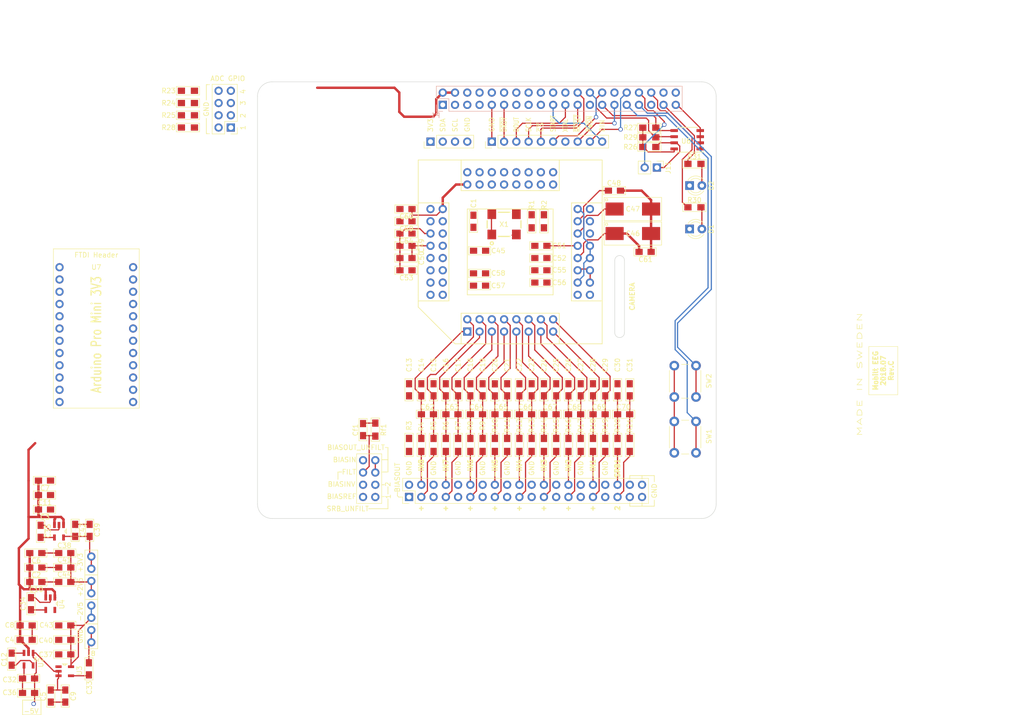
<source format=kicad_pcb>
(kicad_pcb (version 20171130) (host pcbnew "(6.0.0-rc1-dev-251-gc32fcd140)")
  (title_block (date "15 nov 2012"))
  (layers (0 F.Cu signal) (31 B.Cu signal) (36 B.SilkS user hide) (37 F.SilkS user) (38 B.Mask user) (39 F.Mask user) (44 Edge.Cuts user))
  (net 0 "")
  (net 1 +5V)
  (net 2 /ID_SD)
  (net 3 /ID_SC)
  (net 4 /GPIO6)
  (net 5 /GPIO26)
  (net 6 "/GPIO2(SDA1)")
  (net 7 "/GPIO3(SCL1)")
  (net 8 "/GPIO4(GCLK)")
  (net 9 "/GPIO14(TXD0)")
  (net 10 "/GPIO15(RXD0)")
  (net 11 "/GPIO27(GEN2)")
  (net 12 "/GPIO22(GEN3)")
  (net 13 "/GPIO23(GEN4)")
  (net 14 "/GPIO24(GEN5)")
  (net 15 "/GPIO25(GEN6)")
  (net 16 "/GPIO18(GEN1)(PWM0)")
  (net 17 "/GPIO10(SPI0_MOSI)")
  (net 18 "/GPIO9(SPI0_MISO)")
  (net 19 "/GPIO11(SPI0_SCK)")
  (net 20 "/GPIO8(SPI0_CE_N)")
  (net 21 "/GPIO13(PWM1)")
  (net 22 "/GPIO19(SPI1_MISO)")
  (net 23 /GPIO16)
  (net 24 "/GPIO20(SPI1_MOSI)")
  (net 25 "/GPIO21(SPI1_SCK)")
  (net 26 "Net-(U1-Pad64)")
  (net 27 /GPIO1)
  (net 28 /GPIO2)
  (net 29 /GPIO3)
  (net 30 /GPIO4)
  (net 31 GNDD)
  (net 32 /~PWDN)
  (net 33 /~RESET)
  (net 34 "Net-(J2-Pad4)")
  (net 35 "Net-(J2-Pad8)")
  (net 36 "Net-(J2-Pad12)")
  (net 37 "Net-(J2-Pad16)")
  (net 38 "Net-(J2-Pad15)")
  (net 39 "Net-(J2-Pad11)")
  (net 40 "Net-(J2-Pad7)")
  (net 41 "Net-(J2-Pad3)")
  (net 42 DVDD)
  (net 43 AGND)
  (net 44 /-5V_unreg)
  (net 45 "Net-(C12-Pad1)")
  (net 46 "Net-(C12-Pad2)")
  (net 47 /BIASOUT)
  (net 48 /IN8N)
  (net 49 /IN8P)
  (net 50 /IN7N)
  (net 51 /IN7P)
  (net 52 /IN6N)
  (net 53 /IN6P)
  (net 54 /IN5N)
  (net 55 /IN5P)
  (net 56 /IN4N)
  (net 57 /IN4P)
  (net 58 /IN3N)
  (net 59 /IN3P)
  (net 60 /IN2N)
  (net 61 /IN2P)
  (net 62 /IN1N)
  (net 63 /IN1P)
  (net 64 /SRB1)
  (net 65 /SRB2)
  (net 66 "Net-(C33-Pad1)")
  (net 67 "Net-(C34-Pad1)")
  (net 68 "Net-(C35-Pad1)")
  (net 69 AVSS)
  (net 70 AVDD)
  (net 71 /VREFP)
  (net 72 /VCAP1)
  (net 73 /VCAP2)
  (net 74 /VCAP3)
  (net 75 /VCAP4)
  (net 76 /BIASINV)
  (net 77 "Net-(Cf1-Pad2)")
  (net 78 "Net-(D1-Pad2)")
  (net 79 "Net-(D2-Pad2)")
  (net 80 /SRB1_FILT)
  (net 81 /SRB2_FILT)
  (net 82 "Net-(J2-Pad32)")
  (net 83 "Net-(J2-Pad31)")
  (net 84 "Net-(J2-Pad28)")
  (net 85 "Net-(J2-Pad27)")
  (net 86 "Net-(J2-Pad24)")
  (net 87 "Net-(J2-Pad23)")
  (net 88 "Net-(J2-Pad20)")
  (net 89 "Net-(J2-Pad19)")
  (net 90 /BIASOUT_FILTERED)
  (net 91 /BIASIN)
  (net 92 /BIASREF)
  (net 93 /XTAL)
  (net 94 /START)
  (net 95 /~DRDY)
  (net 96 "Net-(J11-Pad1)")
  (net 97 /+3V3_Pi)
  (net 98 "Net-(P1-Pad17)")
  (net 99 "Net-(U7-Pad1)")
  (net 100 "Net-(U7-Pad2)")
  (net 101 "Net-(U7-Pad3)")
  (net 102 "Net-(U7-Pad4)")
  (net 103 "Net-(U7-Pad5)")
  (net 104 "Net-(U7-Pad6)")
  (net 105 "Net-(U7-Pad7)")
  (net 106 "Net-(U7-Pad8)")
  (net 107 "Net-(U7-Pad9)")
  (net 108 "Net-(U7-Pad10)")
  (net 109 "Net-(U7-Pad11)")
  (net 110 "Net-(U7-Pad12)")
  (net 111 "Net-(U7-Pad13)")
  (net 112 "Net-(U7-Pad14)")
  (net 113 "Net-(U7-Pad15)")
  (net 114 "Net-(U7-Pad16)")
  (net 115 "Net-(U7-Pad17)")
  (net 116 "Net-(U7-Pad18)")
  (net 117 "Net-(U7-Pad19)")
  (net 118 "Net-(U7-Pad20)")
  (net 119 "Net-(U7-Pad21)")
  (net 120 "Net-(U7-Pad22)")
  (net 121 "Net-(U7-Pad23)")
  (net 122 "Net-(U7-Pad24)")
  (module prj_lib_fp:arduino_pro_mini_3V3_sparkfun (layer F.Cu) (at 128.995 132.425)
    (fp_text reference U7 (at 7.62 0) (layer F.SilkS))
    (fp_text value arduino_pro_mini_3V3_sparkfun)
    (fp_text user "FTDI Header" (at 7.62 -2.54) (layer F.SilkS))
    (fp_text user "Arduino Pro Mini 3V3" (at 7.62 13.97 90) (layer F.SilkS) (effects (font (size 2 1.5) (thickness 0.25))))
    (pad 1 thru_hole circle (at 0 0) (size 1.7 1.7) (drill 1) (layers *.Cu *.Mask) (net 99 "Net-(U7-Pad1)"))
    (pad 2 thru_hole circle (at 0 2.54) (size 1.7 1.7) (drill 1) (layers *.Cu *.Mask) (net 100 "Net-(U7-Pad2)"))
    (pad 3 thru_hole circle (at 0 5.08) (size 1.7 1.7) (drill 1) (layers *.Cu *.Mask) (net 101 "Net-(U7-Pad3)"))
    (pad 4 thru_hole circle (at 0 7.62) (size 1.7 1.7) (drill 1) (layers *.Cu *.Mask) (net 102 "Net-(U7-Pad4)"))
    (pad 5 thru_hole circle (at 0 10.16) (size 1.7 1.7) (drill 1) (layers *.Cu *.Mask) (net 103 "Net-(U7-Pad5)"))
    (pad 6 thru_hole circle (at 0 12.7) (size 1.7 1.7) (drill 1) (layers *.Cu *.Mask) (net 104 "Net-(U7-Pad6)"))
    (pad 7 thru_hole circle (at 0 15.24) (size 1.7 1.7) (drill 1) (layers *.Cu *.Mask) (net 105 "Net-(U7-Pad7)"))
    (pad 8 thru_hole circle (at 0 17.78) (size 1.7 1.7) (drill 1) (layers *.Cu *.Mask) (net 106 "Net-(U7-Pad8)"))
    (pad 9 thru_hole circle (at 0 20.32) (size 1.7 1.7) (drill 1) (layers *.Cu *.Mask) (net 107 "Net-(U7-Pad9)"))
    (pad 10 thru_hole circle (at 0 22.86) (size 1.7 1.7) (drill 1) (layers *.Cu *.Mask) (net 108 "Net-(U7-Pad10)"))
    (pad 11 thru_hole circle (at 0 25.4) (size 1.7 1.7) (drill 1) (layers *.Cu *.Mask) (net 109 "Net-(U7-Pad11)"))
    (pad 12 thru_hole circle (at 0 27.94) (size 1.7 1.7) (drill 1) (layers *.Cu *.Mask) (net 110 "Net-(U7-Pad12)"))
    (pad 13 thru_hole circle (at 15.24 27.94) (size 1.7 1.7) (drill 1) (layers *.Cu *.Mask) (net 111 "Net-(U7-Pad13)"))
    (pad 14 thru_hole circle (at 15.24 25.4) (size 1.7 1.7) (drill 1) (layers *.Cu *.Mask) (net 112 "Net-(U7-Pad14)"))
    (pad 15 thru_hole circle (at 15.24 22.86) (size 1.7 1.7) (drill 1) (layers *.Cu *.Mask) (net 113 "Net-(U7-Pad15)"))
    (pad 16 thru_hole circle (at 15.24 20.32) (size 1.7 1.7) (drill 1) (layers *.Cu *.Mask) (net 114 "Net-(U7-Pad16)"))
    (pad 17 thru_hole circle (at 15.24 17.78) (size 1.7 1.7) (drill 1) (layers *.Cu *.Mask) (net 115 "Net-(U7-Pad17)"))
    (pad 18 thru_hole circle (at 15.24 15.24) (size 1.7 1.7) (drill 1) (layers *.Cu *.Mask) (net 116 "Net-(U7-Pad18)"))
    (pad 19 thru_hole circle (at 15.24 12.7) (size 1.7 1.7) (drill 1) (layers *.Cu *.Mask) (net 117 "Net-(U7-Pad19)"))
    (pad 20 thru_hole circle (at 15.24 10.16) (size 1.7 1.7) (drill 1) (layers *.Cu *.Mask) (net 118 "Net-(U7-Pad20)"))
    (pad 21 thru_hole circle (at 15.24 7.62) (size 1.7 1.7) (drill 1) (layers *.Cu *.Mask) (net 119 "Net-(U7-Pad21)"))
    (pad 22 thru_hole circle (at 15.24 5.08) (size 1.7 1.7) (drill 1) (layers *.Cu *.Mask) (net 120 "Net-(U7-Pad22)"))
    (pad 23 thru_hole circle (at 15.24 2.54) (size 1.7 1.7) (drill 1) (layers *.Cu *.Mask) (net 121 "Net-(U7-Pad23)"))
    (pad 24 thru_hole circle (at 15.24 0) (size 1.7 1.7) (drill 1) (layers *.Cu *.Mask) (net 122 "Net-(U7-Pad24)"))
  )
  (module LEDs:LED_D3.0mm (layer F.Cu) (at 259.5 124.5)
    (fp_text reference D1 (at 4.5 0 90) (layer F.SilkS))
    (fp_text value LED)
    (pad 2 thru_hole circle (at 2.54 0) (size 1.8 1.8) (drill 0.9) (layers *.Cu *.Mask) (net 78 "Net-(D1-Pad2)"))
    (pad 1 thru_hole rect (at 0 0) (size 1.8 1.8) (drill 0.9) (layers *.Cu *.Mask) (net 43 AGND))
  )
  (module prj_lib_fp:CP_Tantalum_Case-D_EIA-7343-31_Hand (layer F.Cu) (at 247.74 125.44)
    (fp_text reference C46 (at 0 0) (layer F.SilkS))
    (fp_text value 10uF)
    (pad 1 smd rect (at -3.775 0) (size 3.75 2.7) (layers F.Cu F.Paste F.Mask) (net 71 /VREFP))
    (pad 2 smd rect (at 3.775 0) (size 3.75 2.7) (layers F.Cu F.Paste F.Mask) (net 69 AVSS))
  )
  (module prj_lib_fp:CP_Tantalum_Case-D_EIA-7343-31_Hand (layer F.Cu) (at 247.74 120.36)
    (fp_text reference C47 (at 0 0) (layer F.SilkS))
    (fp_text value 100uF)
    (pad 1 smd rect (at -3.775 0) (size 3.75 2.7) (layers F.Cu F.Paste F.Mask) (net 72 /VCAP1))
    (pad 2 smd rect (at 3.775 0) (size 3.75 2.7) (layers F.Cu F.Paste F.Mask) (net 69 AVSS))
  )
  (module prj_lib_fp:C_0805_HandSoldering_enclosed_footprint (layer F.Cu) (at 210.275 162.905)
    (fp_text reference C63 (at -0.02 -1.524) (layer F.SilkS))
    (fp_text value DNP)
    (pad 2 smd rect (at 1.25 0) (size 1.5 1.25) (layers F.Cu F.Paste F.Mask) (net 51 /IN7P))
    (pad 1 smd rect (at -1.25 0) (size 1.5 1.25) (layers F.Cu F.Paste F.Mask) (net 50 /IN7N))
  )
  (module prj_lib_fp:C_0805_HandSoldering_enclosed_footprint (layer F.Cu) (at 245.835 162.905)
    (fp_text reference C70 (at -0.02 -1.524) (layer F.SilkS))
    (fp_text value DNP)
    (pad 2 smd rect (at 1.25 0) (size 1.5 1.25) (layers F.Cu F.Paste F.Mask) (net 64 /SRB1))
    (pad 1 smd rect (at -1.25 0) (size 1.5 1.25) (layers F.Cu F.Paste F.Mask) (net 65 /SRB2))
  )
  (module prj_lib_fp:C_0805_HandSoldering_enclosed_footprint (layer F.Cu) (at 235.675 162.905)
    (fp_text reference C68 (at -0.02 -1.524) (layer F.SilkS))
    (fp_text value DNP)
    (pad 2 smd rect (at 1.25 0) (size 1.5 1.25) (layers F.Cu F.Paste F.Mask) (net 61 /IN2P))
    (pad 1 smd rect (at -1.25 0) (size 1.5 1.25) (layers F.Cu F.Paste F.Mask) (net 60 /IN2N))
  )
  (module prj_lib_fp:C_0805_HandSoldering_enclosed_footprint (layer F.Cu) (at 230.595 162.905)
    (fp_text reference C67 (at -0.02 -1.524) (layer F.SilkS))
    (fp_text value DNP)
    (pad 2 smd rect (at 1.25 0) (size 1.5 1.25) (layers F.Cu F.Paste F.Mask) (net 59 /IN3P))
    (pad 1 smd rect (at -1.25 0) (size 1.5 1.25) (layers F.Cu F.Paste F.Mask) (net 58 /IN3N))
  )
  (module prj_lib_fp:C_0805_HandSoldering_enclosed_footprint (layer F.Cu) (at 225.515 162.905)
    (fp_text reference C66 (at -0.02 -1.524) (layer F.SilkS))
    (fp_text value DNP)
    (pad 2 smd rect (at 1.25 0) (size 1.5 1.25) (layers F.Cu F.Paste F.Mask) (net 57 /IN4P))
    (pad 1 smd rect (at -1.25 0) (size 1.5 1.25) (layers F.Cu F.Paste F.Mask) (net 56 /IN4N))
  )
  (module prj_lib_fp:C_0805_HandSoldering_enclosed_footprint (layer F.Cu) (at 220.435 162.905)
    (fp_text reference C65 (at -0.02 -1.524) (layer F.SilkS))
    (fp_text value DNP)
    (pad 2 smd rect (at 1.25 0) (size 1.5 1.25) (layers F.Cu F.Paste F.Mask) (net 55 /IN5P))
    (pad 1 smd rect (at -1.25 0) (size 1.5 1.25) (layers F.Cu F.Paste F.Mask) (net 54 /IN5N))
  )
  (module prj_lib_fp:C_0805_HandSoldering_enclosed_footprint (layer F.Cu) (at 215.355 162.905)
    (fp_text reference C64 (at 0.02 -1.524) (layer F.SilkS))
    (fp_text value DNP)
    (pad 2 smd rect (at 1.25 0) (size 1.5 1.25) (layers F.Cu F.Paste F.Mask) (net 53 /IN6P))
    (pad 1 smd rect (at -1.25 0) (size 1.5 1.25) (layers F.Cu F.Paste F.Mask) (net 52 /IN6N))
  )
  (module prj_lib_fp:C_0805_HandSoldering_enclosed_footprint (layer F.Cu) (at 240.755 162.905)
    (fp_text reference C69 (at 0 -1.524) (layer F.SilkS))
    (fp_text value DNP)
    (pad 2 smd rect (at 1.25 0) (size 1.5 1.25) (layers F.Cu F.Paste F.Mask) (net 63 /IN1P))
    (pad 1 smd rect (at -1.25 0) (size 1.5 1.25) (layers F.Cu F.Paste F.Mask) (net 62 /IN1N))
  )
  (module prj_lib_fp:C_0805_HandSoldering_enclosed_footprint (layer F.Cu) (at 205.195 162.905)
    (fp_text reference C62 (at 0 -1.524) (layer F.SilkS))
    (fp_text value DNP)
    (pad 2 smd rect (at 1.25 0) (size 1.5 1.25) (layers F.Cu F.Paste F.Mask) (net 49 /IN8P))
    (pad 1 smd rect (at -1.25 0) (size 1.5 1.25) (layers F.Cu F.Paste F.Mask) (net 48 /IN8N))
  )
  (module prj_lib_fp:C_0805_HandSoldering_enclosed_footprint (layer F.Cu) (at 214.72 122.9 270)
    (fp_text reference C1 (at -3.726 -0.031 270) (layer F.SilkS))
    (fp_text value 100nF)
    (pad 2 smd rect (at 1.25 0 270) (size 1.5 1.25) (layers F.Cu F.Paste F.Mask) (net 43 AGND))
    (pad 1 smd rect (at -1.25 0 270) (size 1.5 1.25) (layers F.Cu F.Paste F.Mask) (net 42 DVDD))
  )
  (module prj_lib_fp:C_0805_HandSoldering_enclosed_footprint (layer F.Cu) (at 124.08 194.66)
    (fp_text reference C2 (at 0.088 1.566) (layer F.SilkS))
    (fp_text value 10uF)
    (pad 2 smd rect (at 1.25 0) (size 1.5 1.25) (layers F.Cu F.Paste F.Mask) (net 43 AGND))
    (pad 1 smd rect (at -1.25 0) (size 1.5 1.25) (layers F.Cu F.Paste F.Mask) (net 1 +5V))
  )
  (module prj_lib_fp:C_0805_HandSoldering_enclosed_footprint (layer F.Cu) (at 125.882495 182.641787)
    (fp_text reference C3 (at 0.088 1.566) (layer F.SilkS))
    (fp_text value 10uF)
    (pad 2 smd rect (at 1.25 0) (size 1.5 1.25) (layers F.Cu F.Paste F.Mask) (net 43 AGND))
    (pad 1 smd rect (at -1.25 0) (size 1.5 1.25) (layers F.Cu F.Paste F.Mask) (net 1 +5V))
  )
  (module prj_lib_fp:C_0805_HandSoldering_enclosed_footprint (layer F.Cu) (at 122.08 209.66)
    (fp_text reference C4 (at -3.423 -0.002) (layer F.SilkS))
    (fp_text value 10uF)
    (pad 2 smd rect (at 1.25 0) (size 1.5 1.25) (layers F.Cu F.Paste F.Mask) (net 43 AGND))
    (pad 1 smd rect (at -1.25 0) (size 1.5 1.25) (layers F.Cu F.Paste F.Mask) (net 1 +5V))
  )
  (module prj_lib_fp:C_0805_HandSoldering_enclosed_footprint (layer F.Cu) (at 127.187967 221.304627 270)
    (fp_text reference C5 (at 0.088 1.566 270) (layer F.SilkS))
    (fp_text value 10uF)
    (pad 2 smd rect (at 1.25 0 270) (size 1.5 1.25) (layers F.Cu F.Paste F.Mask) (net 43 AGND))
    (pad 1 smd rect (at -1.25 0 270) (size 1.5 1.25) (layers F.Cu F.Paste F.Mask) (net 44 /-5V_unreg))
  )
  (module prj_lib_fp:C_0805_HandSoldering_enclosed_footprint (layer F.Cu) (at 124.08 191.66)
    (fp_text reference C6 (at 0.088 1.566) (layer F.SilkS))
    (fp_text value 1uF)
    (pad 2 smd rect (at 1.25 0) (size 1.5 1.25) (layers F.Cu F.Paste F.Mask) (net 43 AGND))
    (pad 1 smd rect (at -1.25 0) (size 1.5 1.25) (layers F.Cu F.Paste F.Mask) (net 1 +5V))
  )
  (module prj_lib_fp:C_0805_HandSoldering_enclosed_footprint (layer F.Cu) (at 125.882495 176.641787)
    (fp_text reference C7 (at 0.088 1.566) (layer F.SilkS))
    (fp_text value 1uF)
    (pad 2 smd rect (at 1.25 0) (size 1.5 1.25) (layers F.Cu F.Paste F.Mask) (net 43 AGND))
    (pad 1 smd rect (at -1.25 0) (size 1.5 1.25) (layers F.Cu F.Paste F.Mask) (net 1 +5V))
  )
  (module prj_lib_fp:C_0805_HandSoldering_enclosed_footprint (layer F.Cu) (at 122.08 206.66)
    (fp_text reference C8 (at -3.423 -0.05) (layer F.SilkS))
    (fp_text value 1uF)
    (pad 2 smd rect (at 1.25 0) (size 1.5 1.25) (layers F.Cu F.Paste F.Mask) (net 43 AGND))
    (pad 1 smd rect (at -1.25 0) (size 1.5 1.25) (layers F.Cu F.Paste F.Mask) (net 1 +5V))
  )
  (module prj_lib_fp:C_0805_HandSoldering_enclosed_footprint (layer F.Cu) (at 130.187967 221.304627 270)
    (fp_text reference C9 (at 0.037373 -1.677033 270) (layer F.SilkS))
    (fp_text value 2.2uF)
    (pad 2 smd rect (at 1.25 0 270) (size 1.5 1.25) (layers F.Cu F.Paste F.Mask) (net 43 AGND))
    (pad 1 smd rect (at -1.25 0 270) (size 1.5 1.25) (layers F.Cu F.Paste F.Mask) (net 44 /-5V_unreg))
  )
  (module prj_lib_fp:C_0805_HandSoldering_enclosed_footprint (layer F.Cu) (at 124.08 197.66)
    (fp_text reference C10 (at 0.088 1.566) (layer F.SilkS))
    (fp_text value 100nF)
    (pad 2 smd rect (at 1.25 0) (size 1.5 1.25) (layers F.Cu F.Paste F.Mask) (net 43 AGND))
    (pad 1 smd rect (at -1.25 0) (size 1.5 1.25) (layers F.Cu F.Paste F.Mask) (net 1 +5V))
  )
  (module prj_lib_fp:C_0805_HandSoldering_enclosed_footprint (layer F.Cu) (at 125.882495 179.641787)
    (fp_text reference C11 (at 0.088 1.566) (layer F.SilkS))
    (fp_text value 100nF)
    (pad 2 smd rect (at 1.25 0) (size 1.5 1.25) (layers F.Cu F.Paste F.Mask) (net 43 AGND))
    (pad 1 smd rect (at -1.25 0) (size 1.5 1.25) (layers F.Cu F.Paste F.Mask) (net 1 +5V))
  )
  (module prj_lib_fp:C_0805_HandSoldering_enclosed_footprint (layer F.Cu) (at 119.08 213.66 270)
    (fp_text reference C12 (at 0.088 1.566 270) (layer F.SilkS))
    (fp_text value 1uF)
    (pad 2 smd rect (at 1.25 0 270) (size 1.5 1.25) (layers F.Cu F.Paste F.Mask) (net 46 "Net-(C12-Pad2)"))
    (pad 1 smd rect (at -1.25 0 270) (size 1.5 1.25) (layers F.Cu F.Paste F.Mask) (net 45 "Net-(C12-Pad1)"))
  )
  (module prj_lib_fp:C_0805_HandSoldering_enclosed_footprint (layer F.Cu) (at 201.385 157.825 90)
    (fp_text reference C13 (at 5.132 0 90) (layer F.SilkS))
    (fp_text value 4.7nF)
    (pad 2 smd rect (at 1.25 0 90) (size 1.5 1.25) (layers F.Cu F.Paste F.Mask) (net 43 AGND))
    (pad 1 smd rect (at -1.25 0 90) (size 1.5 1.25) (layers F.Cu F.Paste F.Mask) (net 47 /BIASOUT))
  )
  (module prj_lib_fp:C_0805_HandSoldering_enclosed_footprint (layer F.Cu) (at 203.925 157.825 90)
    (fp_text reference C14 (at 5.112 0 90) (layer F.SilkS))
    (fp_text value 4.7nF)
    (pad 2 smd rect (at 1.25 0 90) (size 1.5 1.25) (layers F.Cu F.Paste F.Mask) (net 43 AGND))
    (pad 1 smd rect (at -1.25 0 90) (size 1.5 1.25) (layers F.Cu F.Paste F.Mask) (net 48 /IN8N))
  )
  (module prj_lib_fp:C_0805_HandSoldering_enclosed_footprint (layer F.Cu) (at 206.465 157.825 270)
    (fp_text reference C15 (at -5.132 0 270) (layer F.SilkS))
    (fp_text value 4.7nF)
    (pad 2 smd rect (at 1.25 0 270) (size 1.5 1.25) (layers F.Cu F.Paste F.Mask) (net 49 /IN8P))
    (pad 1 smd rect (at -1.25 0 270) (size 1.5 1.25) (layers F.Cu F.Paste F.Mask) (net 43 AGND))
  )
  (module prj_lib_fp:C_0805_HandSoldering_enclosed_footprint (layer F.Cu) (at 209.005 157.825 90)
    (fp_text reference C16 (at 5.112 0 90) (layer F.SilkS))
    (fp_text value 4.7nF)
    (pad 2 smd rect (at 1.25 0 90) (size 1.5 1.25) (layers F.Cu F.Paste F.Mask) (net 43 AGND))
    (pad 1 smd rect (at -1.25 0 90) (size 1.5 1.25) (layers F.Cu F.Paste F.Mask) (net 50 /IN7N))
  )
  (module prj_lib_fp:C_0805_HandSoldering_enclosed_footprint (layer F.Cu) (at 211.545 157.825 270)
    (fp_text reference C17 (at -5.112 0 270) (layer F.SilkS))
    (fp_text value 4.7nF)
    (pad 2 smd rect (at 1.25 0 270) (size 1.5 1.25) (layers F.Cu F.Paste F.Mask) (net 51 /IN7P))
    (pad 1 smd rect (at -1.25 0 270) (size 1.5 1.25) (layers F.Cu F.Paste F.Mask) (net 43 AGND))
  )
  (module prj_lib_fp:C_0805_HandSoldering_enclosed_footprint (layer F.Cu) (at 214.085 157.825 90)
    (fp_text reference C18 (at 5.132 0 90) (layer F.SilkS))
    (fp_text value 4.7nF)
    (pad 2 smd rect (at 1.25 0 90) (size 1.5 1.25) (layers F.Cu F.Paste F.Mask) (net 43 AGND))
    (pad 1 smd rect (at -1.25 0 90) (size 1.5 1.25) (layers F.Cu F.Paste F.Mask) (net 52 /IN6N))
  )
  (module prj_lib_fp:C_0805_HandSoldering_enclosed_footprint (layer F.Cu) (at 216.625 157.825 270)
    (fp_text reference C19 (at -5.132 0 270) (layer F.SilkS))
    (fp_text value 4.7nF)
    (pad 2 smd rect (at 1.25 0 270) (size 1.5 1.25) (layers F.Cu F.Paste F.Mask) (net 53 /IN6P))
    (pad 1 smd rect (at -1.25 0 270) (size 1.5 1.25) (layers F.Cu F.Paste F.Mask) (net 43 AGND))
  )
  (module prj_lib_fp:C_0805_HandSoldering_enclosed_footprint (layer F.Cu) (at 219.165 157.845 90)
    (fp_text reference C20 (at 5.112 0 90) (layer F.SilkS))
    (fp_text value 4.7nF)
    (pad 2 smd rect (at 1.25 0 90) (size 1.5 1.25) (layers F.Cu F.Paste F.Mask) (net 43 AGND))
    (pad 1 smd rect (at -1.25 0 90) (size 1.5 1.25) (layers F.Cu F.Paste F.Mask) (net 54 /IN5N))
  )
  (module prj_lib_fp:C_0805_HandSoldering_enclosed_footprint (layer F.Cu) (at 221.705 157.825 270)
    (fp_text reference C21 (at -5.132 0 270) (layer F.SilkS))
    (fp_text value 4.7nF)
    (pad 2 smd rect (at 1.25 0 270) (size 1.5 1.25) (layers F.Cu F.Paste F.Mask) (net 55 /IN5P))
    (pad 1 smd rect (at -1.25 0 270) (size 1.5 1.25) (layers F.Cu F.Paste F.Mask) (net 43 AGND))
  )
  (module prj_lib_fp:C_0805_HandSoldering_enclosed_footprint (layer F.Cu) (at 224.245 157.825 90)
    (fp_text reference C22 (at 5.132 0 90) (layer F.SilkS))
    (fp_text value 4.7nF)
    (pad 2 smd rect (at 1.25 0 90) (size 1.5 1.25) (layers F.Cu F.Paste F.Mask) (net 43 AGND))
    (pad 1 smd rect (at -1.25 0 90) (size 1.5 1.25) (layers F.Cu F.Paste F.Mask) (net 56 /IN4N))
  )
  (module prj_lib_fp:C_0805_HandSoldering_enclosed_footprint (layer F.Cu) (at 226.785 157.825 270)
    (fp_text reference C23 (at -5.132 0 270) (layer F.SilkS))
    (fp_text value 4.7nF)
    (pad 2 smd rect (at 1.25 0 270) (size 1.5 1.25) (layers F.Cu F.Paste F.Mask) (net 57 /IN4P))
    (pad 1 smd rect (at -1.25 0 270) (size 1.5 1.25) (layers F.Cu F.Paste F.Mask) (net 43 AGND))
  )
  (module prj_lib_fp:C_0805_HandSoldering_enclosed_footprint (layer F.Cu) (at 229.325 157.825 90)
    (fp_text reference C24 (at 5.112 0.02 90) (layer F.SilkS))
    (fp_text value 4.7nF)
    (pad 2 smd rect (at 1.25 0 90) (size 1.5 1.25) (layers F.Cu F.Paste F.Mask) (net 43 AGND))
    (pad 1 smd rect (at -1.25 0 90) (size 1.5 1.25) (layers F.Cu F.Paste F.Mask) (net 58 /IN3N))
  )
  (module prj_lib_fp:C_0805_HandSoldering_enclosed_footprint (layer F.Cu) (at 231.865 157.825 270)
    (fp_text reference C25 (at -5.112 0 270) (layer F.SilkS))
    (fp_text value 4.7nF)
    (pad 2 smd rect (at 1.25 0 270) (size 1.5 1.25) (layers F.Cu F.Paste F.Mask) (net 59 /IN3P))
    (pad 1 smd rect (at -1.25 0 270) (size 1.5 1.25) (layers F.Cu F.Paste F.Mask) (net 43 AGND))
  )
  (module prj_lib_fp:C_0805_HandSoldering_enclosed_footprint (layer F.Cu) (at 234.405 157.825 90)
    (fp_text reference C26 (at 5.132 0 90) (layer F.SilkS))
    (fp_text value 4.7nF)
    (pad 2 smd rect (at 1.25 0 90) (size 1.5 1.25) (layers F.Cu F.Paste F.Mask) (net 43 AGND))
    (pad 1 smd rect (at -1.25 0 90) (size 1.5 1.25) (layers F.Cu F.Paste F.Mask) (net 60 /IN2N))
  )
  (module prj_lib_fp:C_0805_HandSoldering_enclosed_footprint (layer F.Cu) (at 236.945 157.825 270)
    (fp_text reference C27 (at -5.132 0 270) (layer F.SilkS))
    (fp_text value 4.7nF)
    (pad 2 smd rect (at 1.25 0 270) (size 1.5 1.25) (layers F.Cu F.Paste F.Mask) (net 61 /IN2P))
    (pad 1 smd rect (at -1.25 0 270) (size 1.5 1.25) (layers F.Cu F.Paste F.Mask) (net 43 AGND))
  )
  (module prj_lib_fp:C_0805_HandSoldering_enclosed_footprint (layer F.Cu) (at 239.485 157.825 90)
    (fp_text reference C28 (at 5.092 0 90) (layer F.SilkS))
    (fp_text value 4.7nF)
    (pad 2 smd rect (at 1.25 0 90) (size 1.5 1.25) (layers F.Cu F.Paste F.Mask) (net 43 AGND))
    (pad 1 smd rect (at -1.25 0 90) (size 1.5 1.25) (layers F.Cu F.Paste F.Mask) (net 62 /IN1N))
  )
  (module prj_lib_fp:C_0805_HandSoldering_enclosed_footprint (layer F.Cu) (at 242.025 157.825 270)
    (fp_text reference C29 (at -5.092 0 270) (layer F.SilkS))
    (fp_text value 4.7nF)
    (pad 2 smd rect (at 1.25 0 270) (size 1.5 1.25) (layers F.Cu F.Paste F.Mask) (net 63 /IN1P))
    (pad 1 smd rect (at -1.25 0 270) (size 1.5 1.25) (layers F.Cu F.Paste F.Mask) (net 43 AGND))
  )
  (module prj_lib_fp:C_0805_HandSoldering_enclosed_footprint (layer F.Cu) (at 244.565 157.825 90)
    (fp_text reference C30 (at 5.132 0 90) (layer F.SilkS))
    (fp_text value 4.7nF)
    (pad 2 smd rect (at 1.25 0 90) (size 1.5 1.25) (layers F.Cu F.Paste F.Mask) (net 43 AGND))
    (pad 1 smd rect (at -1.25 0 90) (size 1.5 1.25) (layers F.Cu F.Paste F.Mask) (net 65 /SRB2))
  )
  (module prj_lib_fp:C_0805_HandSoldering_enclosed_footprint (layer F.Cu) (at 247.105 157.825 270)
    (fp_text reference C31 (at -5.132 0 270) (layer F.SilkS))
    (fp_text value 4.7nF)
    (pad 2 smd rect (at 1.25 0 270) (size 1.5 1.25) (layers F.Cu F.Paste F.Mask) (net 64 /SRB1))
    (pad 1 smd rect (at -1.25 0 270) (size 1.5 1.25) (layers F.Cu F.Paste F.Mask) (net 43 AGND))
  )
  (module prj_lib_fp:C_0805_HandSoldering_enclosed_footprint (layer F.Cu) (at 122.58 217.66 180)
    (fp_text reference C32 (at 3.923 -0.253 180) (layer F.SilkS))
    (fp_text value 10uF)
    (pad 2 smd rect (at 1.25 0 180) (size 1.5 1.25) (layers F.Cu F.Paste F.Mask) (net 43 AGND))
    (pad 1 smd rect (at -1.25 0 180) (size 1.5 1.25) (layers F.Cu F.Paste F.Mask) (net 44 /-5V_unreg))
  )
  (module prj_lib_fp:C_0805_HandSoldering_enclosed_footprint (layer F.Cu) (at 135.08 215.66 90)
    (fp_text reference C33 (at -3.904 0.087 90) (layer F.SilkS))
    (fp_text value 10nF)
    (pad 2 smd rect (at 1.25 0 90) (size 1.5 1.25) (layers F.Cu F.Paste F.Mask) (net 43 AGND))
    (pad 1 smd rect (at -1.25 0 90) (size 1.5 1.25) (layers F.Cu F.Paste F.Mask) (net 66 "Net-(C33-Pad1)"))
  )
  (module prj_lib_fp:C_0805_HandSoldering_enclosed_footprint (layer F.Cu) (at 123.08 202.16 90)
    (fp_text reference C34 (at -0.005 -1.629 90) (layer F.SilkS))
    (fp_text value 10nF)
    (pad 2 smd rect (at 1.25 0 90) (size 1.5 1.25) (layers F.Cu F.Paste F.Mask) (net 43 AGND))
    (pad 1 smd rect (at -1.25 0 90) (size 1.5 1.25) (layers F.Cu F.Paste F.Mask) (net 67 "Net-(C34-Pad1)"))
  )
  (module prj_lib_fp:C_0805_HandSoldering_enclosed_footprint (layer F.Cu) (at 125.08 187.16 90)
    (fp_text reference C35 (at 0.088 1.566 90) (layer F.SilkS))
    (fp_text value 10nF)
    (pad 2 smd rect (at 1.25 0 90) (size 1.5 1.25) (layers F.Cu F.Paste F.Mask) (net 43 AGND))
    (pad 1 smd rect (at -1.25 0 90) (size 1.5 1.25) (layers F.Cu F.Paste F.Mask) (net 68 "Net-(C35-Pad1)"))
  )
  (module prj_lib_fp:C_0805_HandSoldering_enclosed_footprint (layer F.Cu) (at 122.58 220.66 180)
    (fp_text reference C36 (at 3.923 0.08 180) (layer F.SilkS))
    (fp_text value 1uF)
    (pad 2 smd rect (at 1.25 0 180) (size 1.5 1.25) (layers F.Cu F.Paste F.Mask) (net 43 AGND))
    (pad 1 smd rect (at -1.25 0 180) (size 1.5 1.25) (layers F.Cu F.Paste F.Mask) (net 44 /-5V_unreg))
  )
  (module prj_lib_fp:C_0805_HandSoldering_enclosed_footprint (layer F.Cu) (at 130.08 212.66 180)
    (fp_text reference C37 (at 3.93 -0.046 180) (layer F.SilkS))
    (fp_text value 10uF)
    (pad 2 smd rect (at 1.25 0 180) (size 1.5 1.25) (layers F.Cu F.Paste F.Mask) (net 43 AGND))
    (pad 1 smd rect (at -1.25 0 180) (size 1.5 1.25) (layers F.Cu F.Paste F.Mask) (net 69 AVSS))
  )
  (module prj_lib_fp:C_0805_HandSoldering_enclosed_footprint (layer F.Cu) (at 130.08 191.66 180)
    (fp_text reference C38 (at 0.088 1.566 180) (layer F.SilkS))
    (fp_text value 10uF)
    (pad 2 smd rect (at 1.25 0 180) (size 1.5 1.25) (layers F.Cu F.Paste F.Mask) (net 43 AGND))
    (pad 1 smd rect (at -1.25 0 180) (size 1.5 1.25) (layers F.Cu F.Paste F.Mask) (net 70 AVDD))
  )
  (module prj_lib_fp:C_0805_HandSoldering_enclosed_footprint (layer F.Cu) (at 135.23572 186.962495 90)
    (fp_text reference C39 (at 0.088 1.566 90) (layer F.SilkS))
    (fp_text value 10uF)
    (pad 2 smd rect (at 1.25 0 90) (size 1.5 1.25) (layers F.Cu F.Paste F.Mask) (net 43 AGND))
    (pad 1 smd rect (at -1.25 0 90) (size 1.5 1.25) (layers F.Cu F.Paste F.Mask) (net 42 DVDD))
  )
  (module prj_lib_fp:C_0805_HandSoldering_enclosed_footprint (layer F.Cu) (at 130.08 209.66 180)
    (fp_text reference C40 (at 3.93 -0.125 180) (layer F.SilkS))
    (fp_text value 2.2uF)
    (pad 2 smd rect (at 1.25 0 180) (size 1.5 1.25) (layers F.Cu F.Paste F.Mask) (net 43 AGND))
    (pad 1 smd rect (at -1.25 0 180) (size 1.5 1.25) (layers F.Cu F.Paste F.Mask) (net 69 AVSS))
  )
  (module prj_lib_fp:C_0805_HandSoldering_enclosed_footprint (layer F.Cu) (at 130.08 194.66 180)
    (fp_text reference C41 (at 0.088 1.566 180) (layer F.SilkS))
    (fp_text value 2.2uF)
    (pad 2 smd rect (at 1.25 0 180) (size 1.5 1.25) (layers F.Cu F.Paste F.Mask) (net 43 AGND))
    (pad 1 smd rect (at -1.25 0 180) (size 1.5 1.25) (layers F.Cu F.Paste F.Mask) (net 70 AVDD))
  )
  (module prj_lib_fp:C_0805_HandSoldering_enclosed_footprint (layer F.Cu) (at 132.23572 186.962495 90)
    (fp_text reference C42 (at 0.088 1.566 90) (layer F.SilkS))
    (fp_text value 2.2uF)
    (pad 2 smd rect (at 1.25 0 90) (size 1.5 1.25) (layers F.Cu F.Paste F.Mask) (net 43 AGND))
    (pad 1 smd rect (at -1.25 0 90) (size 1.5 1.25) (layers F.Cu F.Paste F.Mask) (net 42 DVDD))
  )
  (module prj_lib_fp:C_0805_HandSoldering_enclosed_footprint (layer F.Cu) (at 130.08 206.66 180)
    (fp_text reference C43 (at 3.803 0.05 180) (layer F.SilkS))
    (fp_text value 100nF)
    (pad 2 smd rect (at 1.25 0 180) (size 1.5 1.25) (layers F.Cu F.Paste F.Mask) (net 43 AGND))
    (pad 1 smd rect (at -1.25 0 180) (size 1.5 1.25) (layers F.Cu F.Paste F.Mask) (net 69 AVSS))
  )
  (module prj_lib_fp:C_0805_HandSoldering_enclosed_footprint (layer F.Cu) (at 130.08 197.66 180)
    (fp_text reference C44 (at 0.088 1.566 180) (layer F.SilkS))
    (fp_text value 100nF)
    (pad 2 smd rect (at 1.25 0 180) (size 1.5 1.25) (layers F.Cu F.Paste F.Mask) (net 43 AGND))
    (pad 1 smd rect (at -1.25 0 180) (size 1.5 1.25) (layers F.Cu F.Paste F.Mask) (net 70 AVDD))
  )
  (module prj_lib_fp:C_0805_HandSoldering_enclosed_footprint (layer F.Cu) (at 216 129 180)
    (fp_text reference C45 (at -3.876 -0.013 180) (layer F.SilkS))
    (fp_text value 1uF)
    (pad 2 smd rect (at 1.25 0 180) (size 1.5 1.25) (layers F.Cu F.Paste F.Mask) (net 43 AGND))
    (pad 1 smd rect (at -1.25 0 180) (size 1.5 1.25) (layers F.Cu F.Paste F.Mask) (net 42 DVDD))
  )
  (module prj_lib_fp:C_0805_HandSoldering_enclosed_footprint (layer F.Cu) (at 243.93 116.55 180)
    (fp_text reference C48 (at 0.088 1.566 180) (layer F.SilkS))
    (fp_text value 1uF)
    (pad 2 smd rect (at 1.25 0 180) (size 1.5 1.25) (layers F.Cu F.Paste F.Mask) (net 73 /VCAP2))
    (pad 1 smd rect (at -1.25 0 180) (size 1.5 1.25) (layers F.Cu F.Paste F.Mask) (net 69 AVSS))
  )
  (module prj_lib_fp:C_0805_HandSoldering_enclosed_footprint (layer F.Cu) (at 200.75 127.98)
    (fp_text reference C49 (at 3.223 -0.027 90) (layer F.SilkS))
    (fp_text value 1uF)
    (pad 2 smd rect (at 1.25 0) (size 1.5 1.25) (layers F.Cu F.Paste F.Mask) (net 74 /VCAP3))
    (pad 1 smd rect (at -1.25 0) (size 1.5 1.25) (layers F.Cu F.Paste F.Mask) (net 69 AVSS))
  )
  (module prj_lib_fp:C_0805_HandSoldering_enclosed_footprint (layer F.Cu) (at 200.75 130.52)
    (fp_text reference C50 (at 3.223 0.021 90) (layer F.SilkS))
    (fp_text value 100nF)
    (pad 2 smd rect (at 1.25 0) (size 1.5 1.25) (layers F.Cu F.Paste F.Mask) (net 74 /VCAP3))
    (pad 1 smd rect (at -1.25 0) (size 1.5 1.25) (layers F.Cu F.Paste F.Mask) (net 69 AVSS))
  )
  (module prj_lib_fp:C_0805_HandSoldering_enclosed_footprint (layer F.Cu) (at 228.69 127.98)
    (fp_text reference C51 (at 3.83 -0.019) (layer F.SilkS))
    (fp_text value 1uF)
    (pad 2 smd rect (at 1.25 0) (size 1.5 1.25) (layers F.Cu F.Paste F.Mask) (net 75 /VCAP4))
    (pad 1 smd rect (at -1.25 0) (size 1.5 1.25) (layers F.Cu F.Paste F.Mask) (net 69 AVSS))
  )
  (module prj_lib_fp:C_0805_HandSoldering_enclosed_footprint (layer F.Cu) (at 228.69 130.52)
    (fp_text reference C52 (at 3.83 0.029) (layer F.SilkS))
    (fp_text value 1uF)
    (pad 2 smd rect (at 1.25 0) (size 1.5 1.25) (layers F.Cu F.Paste F.Mask) (net 70 AVDD))
    (pad 1 smd rect (at -1.25 0) (size 1.5 1.25) (layers F.Cu F.Paste F.Mask) (net 69 AVSS))
  )
  (module prj_lib_fp:C_0805_HandSoldering_enclosed_footprint (layer F.Cu) (at 200.75 133.06)
    (fp_text reference C53 (at 0.088 1.566) (layer F.SilkS))
    (fp_text value 1uF)
    (pad 2 smd rect (at 1.25 0) (size 1.5 1.25) (layers F.Cu F.Paste F.Mask) (net 70 AVDD))
    (pad 1 smd rect (at -1.25 0) (size 1.5 1.25) (layers F.Cu F.Paste F.Mask) (net 69 AVSS))
  )
  (module prj_lib_fp:C_0805_HandSoldering_enclosed_footprint (layer F.Cu) (at 200.75 125.44)
    (fp_text reference C54 (at 0.088 1.566) (layer F.SilkS))
    (fp_text value 1uF)
    (pad 2 smd rect (at 1.25 0) (size 1.5 1.25) (layers F.Cu F.Paste F.Mask) (net 70 AVDD))
    (pad 1 smd rect (at -1.25 0) (size 1.5 1.25) (layers F.Cu F.Paste F.Mask) (net 69 AVSS))
  )
  (module prj_lib_fp:C_0805_HandSoldering_enclosed_footprint (layer F.Cu) (at 228.69 133.06)
    (fp_text reference C55 (at 3.83 -0.05) (layer F.SilkS))
    (fp_text value 1uF)
    (pad 2 smd rect (at 1.25 0) (size 1.5 1.25) (layers F.Cu F.Paste F.Mask) (net 70 AVDD))
    (pad 1 smd rect (at -1.25 0) (size 1.5 1.25) (layers F.Cu F.Paste F.Mask) (net 43 AGND))
  )
  (module prj_lib_fp:C_0805_HandSoldering_enclosed_footprint (layer F.Cu) (at 228.69 135.6)
    (fp_text reference C56 (at 3.83 -0.002) (layer F.SilkS))
    (fp_text value 100nF)
    (pad 2 smd rect (at 1.25 0) (size 1.5 1.25) (layers F.Cu F.Paste F.Mask) (net 70 AVDD))
    (pad 1 smd rect (at -1.25 0) (size 1.5 1.25) (layers F.Cu F.Paste F.Mask) (net 43 AGND))
  )
  (module prj_lib_fp:C_0805_HandSoldering_enclosed_footprint (layer F.Cu) (at 215.99 136.235)
    (fp_text reference C57 (at 3.884 0.006) (layer F.SilkS))
    (fp_text value 1uF)
    (pad 2 smd rect (at 1.25 0) (size 1.5 1.25) (layers F.Cu F.Paste F.Mask) (net 69 AVSS))
    (pad 1 smd rect (at -1.25 0) (size 1.5 1.25) (layers F.Cu F.Paste F.Mask) (net 43 AGND))
  )
  (module prj_lib_fp:C_0805_HandSoldering_enclosed_footprint (layer F.Cu) (at 215.99 133.695)
    (fp_text reference C58 (at 3.884 -0.042) (layer F.SilkS))
    (fp_text value 100nF)
    (pad 2 smd rect (at 1.25 0) (size 1.5 1.25) (layers F.Cu F.Paste F.Mask) (net 69 AVSS))
    (pad 1 smd rect (at -1.25 0) (size 1.5 1.25) (layers F.Cu F.Paste F.Mask) (net 43 AGND))
  )
  (module prj_lib_fp:C_0805_HandSoldering_enclosed_footprint (layer F.Cu) (at 200.75 122.9)
    (fp_text reference C59 (at 0.088 1.566) (layer F.SilkS))
    (fp_text value 1uF)
    (pad 2 smd rect (at 1.25 0) (size 1.5 1.25) (layers F.Cu F.Paste F.Mask) (net 42 DVDD))
    (pad 1 smd rect (at -1.25 0) (size 1.5 1.25) (layers F.Cu F.Paste F.Mask) (net 43 AGND))
  )
  (module prj_lib_fp:C_0805_HandSoldering_enclosed_footprint (layer F.Cu) (at 200.75 120.36)
    (fp_text reference C60 (at 0.088 1.566) (layer F.SilkS))
    (fp_text value 100nF)
    (pad 2 smd rect (at 1.25 0) (size 1.5 1.25) (layers F.Cu F.Paste F.Mask) (net 42 DVDD))
    (pad 1 smd rect (at -1.25 0) (size 1.5 1.25) (layers F.Cu F.Paste F.Mask) (net 43 AGND))
  )
  (module prj_lib_fp:C_0805_HandSoldering_enclosed_footprint (layer F.Cu) (at 250.28 129.25)
    (fp_text reference C61 (at 0.088 1.566) (layer F.SilkS))
    (fp_text value 100nF)
    (pad 2 smd rect (at 1.25 0) (size 1.5 1.25) (layers F.Cu F.Paste F.Mask) (net 69 AVSS))
    (pad 1 smd rect (at -1.25 0) (size 1.5 1.25) (layers F.Cu F.Paste F.Mask) (net 71 /VREFP))
  )
  (module prj_lib_fp:C_0805_HandSoldering_enclosed_footprint (layer F.Cu) (at 191.86 166.08 270)
    (fp_text reference Cf1 (at 0.088 1.566 270) (layer F.SilkS))
    (fp_text value 1.5nF)
    (pad 2 smd rect (at 1.25 0 270) (size 1.5 1.25) (layers F.Cu F.Paste F.Mask) (net 77 "Net-(Cf1-Pad2)"))
    (pad 1 smd rect (at -1.25 0 270) (size 1.5 1.25) (layers F.Cu F.Paste F.Mask) (net 76 /BIASINV))
  )
  (module prj_lib_fp:R_0805_HandSoldering_enclose_footprint (layer F.Cu) (at 229.325 122.9 90)
    (fp_text reference R2 (at 3.393 0.064 270) (layer F.SilkS))
    (fp_text value 10k)
    (pad 2 smd rect (at 1.35 0 90) (size 1.5 1.3) (layers F.Cu F.Paste F.Mask) (net 32 /~PWDN))
    (pad 1 smd rect (at -1.35 0 90) (size 1.5 1.3) (layers F.Cu F.Paste F.Mask) (net 42 DVDD))
  )
  (module prj_lib_fp:R_0805_HandSoldering_enclose_footprint (layer F.Cu) (at 226.785 122.9 90)
    (fp_text reference R1 (at 3.393 -0.012 90) (layer F.SilkS))
    (fp_text value 10k)
    (pad 2 smd rect (at 1.35 0 90) (size 1.5 1.3) (layers F.Cu F.Paste F.Mask) (net 33 /~RESET))
    (pad 1 smd rect (at -1.35 0 90) (size 1.5 1.3) (layers F.Cu F.Paste F.Mask) (net 42 DVDD))
  )
  (module prj_lib_fp:R_0805_HandSoldering_enclose_footprint (layer F.Cu) (at 201.385 169.255 270)
    (fp_text reference R3 (at -4 0 270) (layer F.SilkS))
    (fp_text value "4.99k 1%")
    (pad 2 smd rect (at 1.35 0 270) (size 1.5 1.3) (layers F.Cu F.Paste F.Mask) (net 90 /BIASOUT_FILTERED))
    (pad 1 smd rect (at -1.35 0 270) (size 1.5 1.3) (layers F.Cu F.Paste F.Mask) (net 47 /BIASOUT))
  )
  (module prj_lib_fp:R_0805_HandSoldering_enclose_footprint (layer F.Cu) (at 203.925 169.255 270)
    (fp_text reference R4 (at -3.81 0 270) (layer F.SilkS))
    (fp_text value "4.99k 1%")
    (pad 2 smd rect (at 1.35 0 270) (size 1.5 1.3) (layers F.Cu F.Paste F.Mask) (net 34 "Net-(J2-Pad4)"))
    (pad 1 smd rect (at -1.35 0 270) (size 1.5 1.3) (layers F.Cu F.Paste F.Mask) (net 48 /IN8N))
  )
  (module prj_lib_fp:R_0805_HandSoldering_enclose_footprint (layer F.Cu) (at 206.465 169.255 270)
    (fp_text reference R5 (at -4 0 270) (layer F.SilkS))
    (fp_text value "4.99k 1%")
    (pad 2 smd rect (at 1.35 0 270) (size 1.5 1.3) (layers F.Cu F.Paste F.Mask) (net 41 "Net-(J2-Pad3)"))
    (pad 1 smd rect (at -1.35 0 270) (size 1.5 1.3) (layers F.Cu F.Paste F.Mask) (net 49 /IN8P))
  )
  (module prj_lib_fp:R_0805_HandSoldering_enclose_footprint (layer F.Cu) (at 209.005 169.255 270)
    (fp_text reference R6 (at -4 0 270) (layer F.SilkS))
    (fp_text value "4.99k 1%")
    (pad 2 smd rect (at 1.35 0 270) (size 1.5 1.3) (layers F.Cu F.Paste F.Mask) (net 35 "Net-(J2-Pad8)"))
    (pad 1 smd rect (at -1.35 0 270) (size 1.5 1.3) (layers F.Cu F.Paste F.Mask) (net 50 /IN7N))
  )
  (module prj_lib_fp:R_0805_HandSoldering_enclose_footprint (layer F.Cu) (at 211.545 169.255 270)
    (fp_text reference R7 (at -4 0 270) (layer F.SilkS))
    (fp_text value "4.99k 1%")
    (pad 2 smd rect (at 1.35 0 270) (size 1.5 1.3) (layers F.Cu F.Paste F.Mask) (net 40 "Net-(J2-Pad7)"))
    (pad 1 smd rect (at -1.35 0 270) (size 1.5 1.3) (layers F.Cu F.Paste F.Mask) (net 51 /IN7P))
  )
  (module prj_lib_fp:R_0805_HandSoldering_enclose_footprint (layer F.Cu) (at 214.085 169.255 270)
    (fp_text reference R8 (at -4 0 270) (layer F.SilkS))
    (fp_text value "4.99k 1%")
    (pad 2 smd rect (at 1.35 0 270) (size 1.5 1.3) (layers F.Cu F.Paste F.Mask) (net 36 "Net-(J2-Pad12)"))
    (pad 1 smd rect (at -1.35 0 270) (size 1.5 1.3) (layers F.Cu F.Paste F.Mask) (net 52 /IN6N))
  )
  (module prj_lib_fp:R_0805_HandSoldering_enclose_footprint (layer F.Cu) (at 216.625 169.255 270)
    (fp_text reference R9 (at -4 0 270) (layer F.SilkS))
    (fp_text value "4.99k 1%")
    (pad 2 smd rect (at 1.35 0 270) (size 1.5 1.3) (layers F.Cu F.Paste F.Mask) (net 39 "Net-(J2-Pad11)"))
    (pad 1 smd rect (at -1.35 0 270) (size 1.5 1.3) (layers F.Cu F.Paste F.Mask) (net 53 /IN6P))
  )
  (module prj_lib_fp:R_0805_HandSoldering_enclose_footprint (layer F.Cu) (at 219.165 169.255 270)
    (fp_text reference R10 (at -4 0 270) (layer F.SilkS))
    (fp_text value "4.99k 1%")
    (pad 2 smd rect (at 1.35 0 270) (size 1.5 1.3) (layers F.Cu F.Paste F.Mask) (net 37 "Net-(J2-Pad16)"))
    (pad 1 smd rect (at -1.35 0 270) (size 1.5 1.3) (layers F.Cu F.Paste F.Mask) (net 54 /IN5N))
  )
  (module prj_lib_fp:R_0805_HandSoldering_enclose_footprint (layer F.Cu) (at 221.705 169.255 270)
    (fp_text reference R11 (at -4 0 270) (layer F.SilkS))
    (fp_text value "4.99k 1%")
    (pad 2 smd rect (at 1.35 0 270) (size 1.5 1.3) (layers F.Cu F.Paste F.Mask) (net 38 "Net-(J2-Pad15)"))
    (pad 1 smd rect (at -1.35 0 270) (size 1.5 1.3) (layers F.Cu F.Paste F.Mask) (net 55 /IN5P))
  )
  (module prj_lib_fp:R_0805_HandSoldering_enclose_footprint (layer F.Cu) (at 224.245 169.255 270)
    (fp_text reference R12 (at -4 0 270) (layer F.SilkS))
    (fp_text value "4.99k 1%")
    (pad 2 smd rect (at 1.35 0 270) (size 1.5 1.3) (layers F.Cu F.Paste F.Mask) (net 88 "Net-(J2-Pad20)"))
    (pad 1 smd rect (at -1.35 0 270) (size 1.5 1.3) (layers F.Cu F.Paste F.Mask) (net 56 /IN4N))
  )
  (module prj_lib_fp:R_0805_HandSoldering_enclose_footprint (layer F.Cu) (at 226.785 169.255 270)
    (fp_text reference R13 (at -4 0 270) (layer F.SilkS))
    (fp_text value "4.99k 1%")
    (pad 2 smd rect (at 1.35 0 270) (size 1.5 1.3) (layers F.Cu F.Paste F.Mask) (net 89 "Net-(J2-Pad19)"))
    (pad 1 smd rect (at -1.35 0 270) (size 1.5 1.3) (layers F.Cu F.Paste F.Mask) (net 57 /IN4P))
  )
  (module prj_lib_fp:R_0805_HandSoldering_enclose_footprint (layer F.Cu) (at 229.325 169.255 270)
    (fp_text reference R14 (at -4 0 270) (layer F.SilkS))
    (fp_text value "4.99k 1%")
    (pad 2 smd rect (at 1.35 0 270) (size 1.5 1.3) (layers F.Cu F.Paste F.Mask) (net 86 "Net-(J2-Pad24)"))
    (pad 1 smd rect (at -1.35 0 270) (size 1.5 1.3) (layers F.Cu F.Paste F.Mask) (net 58 /IN3N))
  )
  (module prj_lib_fp:R_0805_HandSoldering_enclose_footprint (layer F.Cu) (at 231.865 169.255 270)
    (fp_text reference R15 (at -4 0 270) (layer F.SilkS))
    (fp_text value "4.99k 1%")
    (pad 2 smd rect (at 1.35 0 270) (size 1.5 1.3) (layers F.Cu F.Paste F.Mask) (net 87 "Net-(J2-Pad23)"))
    (pad 1 smd rect (at -1.35 0 270) (size 1.5 1.3) (layers F.Cu F.Paste F.Mask) (net 59 /IN3P))
  )
  (module prj_lib_fp:R_0805_HandSoldering_enclose_footprint (layer F.Cu) (at 234.405 169.255 270)
    (fp_text reference R16 (at -4 0 270) (layer F.SilkS))
    (fp_text value "4.99k 1%")
    (pad 2 smd rect (at 1.35 0 270) (size 1.5 1.3) (layers F.Cu F.Paste F.Mask) (net 84 "Net-(J2-Pad28)"))
    (pad 1 smd rect (at -1.35 0 270) (size 1.5 1.3) (layers F.Cu F.Paste F.Mask) (net 60 /IN2N))
  )
  (module prj_lib_fp:R_0805_HandSoldering_enclose_footprint (layer F.Cu) (at 236.945 169.255 270)
    (fp_text reference R17 (at -4 0 270) (layer F.SilkS))
    (fp_text value "4.99k 1%")
    (pad 2 smd rect (at 1.35 0 270) (size 1.5 1.3) (layers F.Cu F.Paste F.Mask) (net 85 "Net-(J2-Pad27)"))
    (pad 1 smd rect (at -1.35 0 270) (size 1.5 1.3) (layers F.Cu F.Paste F.Mask) (net 61 /IN2P))
  )
  (module prj_lib_fp:R_0805_HandSoldering_enclose_footprint (layer F.Cu) (at 239.485 169.255 270)
    (fp_text reference R18 (at -4 0 270) (layer F.SilkS))
    (fp_text value "4.99k 1%")
    (pad 2 smd rect (at 1.35 0 270) (size 1.5 1.3) (layers F.Cu F.Paste F.Mask) (net 82 "Net-(J2-Pad32)"))
    (pad 1 smd rect (at -1.35 0 270) (size 1.5 1.3) (layers F.Cu F.Paste F.Mask) (net 62 /IN1N))
  )
  (module prj_lib_fp:R_0805_HandSoldering_enclose_footprint (layer F.Cu) (at 242.025 169.255 270)
    (fp_text reference R19 (at -4 0 270) (layer F.SilkS))
    (fp_text value "4.99k 1%")
    (pad 2 smd rect (at 1.35 0 270) (size 1.5 1.3) (layers F.Cu F.Paste F.Mask) (net 83 "Net-(J2-Pad31)"))
    (pad 1 smd rect (at -1.35 0 270) (size 1.5 1.3) (layers F.Cu F.Paste F.Mask) (net 63 /IN1P))
  )
  (module prj_lib_fp:R_0805_HandSoldering_enclose_footprint (layer F.Cu) (at 244.565 169.255 270)
    (fp_text reference R20 (at -4 0 270) (layer F.SilkS))
    (fp_text value "4.99k 1%")
    (pad 2 smd rect (at 1.35 0 270) (size 1.5 1.3) (layers F.Cu F.Paste F.Mask) (net 80 /SRB1_FILT))
    (pad 1 smd rect (at -1.35 0 270) (size 1.5 1.3) (layers F.Cu F.Paste F.Mask) (net 65 /SRB2))
  )
  (module prj_lib_fp:R_0805_HandSoldering_enclose_footprint (layer F.Cu) (at 247.105 169.255 270)
    (fp_text reference R21 (at -4 0 270) (layer F.SilkS))
    (fp_text value "4.99k 1%")
    (pad 2 smd rect (at 1.35 0 270) (size 1.5 1.3) (layers F.Cu F.Paste F.Mask) (net 81 /SRB2_FILT))
    (pad 1 smd rect (at -1.35 0 270) (size 1.5 1.3) (layers F.Cu F.Paste F.Mask) (net 64 /SRB1))
  )
  (module prj_lib_fp:R_0805_HandSoldering_enclose_footprint (layer F.Cu) (at 155.59 95.85)
    (fp_text reference R23 (at -4 0) (layer F.SilkS))
    (fp_text value 10k)
    (pad 2 smd rect (at 1.35 0) (size 1.5 1.3) (layers F.Cu F.Paste F.Mask) (net 30 /GPIO4))
    (pad 1 smd rect (at -1.35 0) (size 1.5 1.3) (layers F.Cu F.Paste F.Mask) (net 42 DVDD))
  )
  (module prj_lib_fp:R_0805_HandSoldering_enclose_footprint (layer F.Cu) (at 155.59 98.39)
    (fp_text reference R24 (at -4 0) (layer F.SilkS))
    (fp_text value 10k)
    (pad 2 smd rect (at 1.35 0) (size 1.5 1.3) (layers F.Cu F.Paste F.Mask) (net 29 /GPIO3))
    (pad 1 smd rect (at -1.35 0) (size 1.5 1.3) (layers F.Cu F.Paste F.Mask) (net 42 DVDD))
  )
  (module prj_lib_fp:R_0805_HandSoldering_enclose_footprint (layer F.Cu) (at 155.59 100.93)
    (fp_text reference R25 (at -4 0) (layer F.SilkS))
    (fp_text value 10k)
    (pad 2 smd rect (at 1.35 0) (size 1.5 1.3) (layers F.Cu F.Paste F.Mask) (net 28 /GPIO2))
    (pad 1 smd rect (at -1.35 0) (size 1.5 1.3) (layers F.Cu F.Paste F.Mask) (net 42 DVDD))
  )
  (module prj_lib_fp:R_0805_HandSoldering_enclose_footprint (layer F.Cu) (at 251.15 107.5 180)
    (fp_text reference R26 (at 3.9 0 180) (layer F.SilkS))
    (fp_text value 10k)
    (pad 2 smd rect (at 1.35 0 180) (size 1.5 1.3) (layers F.Cu F.Paste F.Mask) (net 42 DVDD))
    (pad 1 smd rect (at -1.35 0 180) (size 1.5 1.3) (layers F.Cu F.Paste F.Mask) (net 96 "Net-(J11-Pad1)"))
  )
  (module prj_lib_fp:R_0805_HandSoldering_enclose_footprint (layer F.Cu) (at 251.15 103.5)
    (fp_text reference R27 (at -3.9 0) (layer F.SilkS))
    (fp_text value 3.9k)
    (pad 2 smd rect (at 1.35 0) (size 1.5 1.3) (layers F.Cu F.Paste F.Mask) (net 2 /ID_SD))
    (pad 1 smd rect (at -1.35 0) (size 1.5 1.3) (layers F.Cu F.Paste F.Mask) (net 42 DVDD))
  )
  (module prj_lib_fp:R_0805_HandSoldering_enclose_footprint (layer F.Cu) (at 155.59 103.47)
    (fp_text reference R28 (at -4 0) (layer F.SilkS))
    (fp_text value 10k)
    (pad 2 smd rect (at 1.35 0) (size 1.5 1.3) (layers F.Cu F.Paste F.Mask) (net 27 /GPIO1))
    (pad 1 smd rect (at -1.35 0) (size 1.5 1.3) (layers F.Cu F.Paste F.Mask) (net 42 DVDD))
  )
  (module prj_lib_fp:R_0805_HandSoldering_enclose_footprint (layer F.Cu) (at 251.15 105.5)
    (fp_text reference R29 (at -3.9 0) (layer F.SilkS))
    (fp_text value 3.9k)
    (pad 2 smd rect (at 1.35 0) (size 1.5 1.3) (layers F.Cu F.Paste F.Mask) (net 3 /ID_SC))
    (pad 1 smd rect (at -1.35 0) (size 1.5 1.3) (layers F.Cu F.Paste F.Mask) (net 42 DVDD))
  )
  (module prj_lib_fp:R_0805_HandSoldering_enclose_footprint (layer F.Cu) (at 260.5 120 180)
    (fp_text reference R30 (at 0 1.5 180) (layer F.SilkS))
    (fp_text value 1k)
    (pad 2 smd rect (at 1.35 0 180) (size 1.5 1.3) (layers F.Cu F.Paste F.Mask) (net 23 /GPIO16))
    (pad 1 smd rect (at -1.35 0 180) (size 1.5 1.3) (layers F.Cu F.Paste F.Mask) (net 78 "Net-(D1-Pad2)"))
  )
  (module prj_lib_fp:R_0805_HandSoldering_enclose_footprint (layer F.Cu) (at 260.5 111 180)
    (fp_text reference R31 (at 0 1.5 180) (layer F.SilkS))
    (fp_text value 1k)
    (pad 2 smd rect (at 1.35 0 180) (size 1.5 1.3) (layers F.Cu F.Paste F.Mask) (net 5 /GPIO26))
    (pad 1 smd rect (at -1.35 0 180) (size 1.5 1.3) (layers F.Cu F.Paste F.Mask) (net 79 "Net-(D2-Pad2)"))
  )
  (module prj_lib_fp:R_0805_HandSoldering_enclose_footprint (layer F.Cu) (at 194.4 166.08 270)
    (fp_text reference Rf1 (at 0.062 -1.723 270) (layer F.SilkS))
    (fp_text value 1M)
    (pad 2 smd rect (at 1.35 0 270) (size 1.5 1.3) (layers F.Cu F.Paste F.Mask) (net 77 "Net-(Cf1-Pad2)"))
    (pad 1 smd rect (at -1.35 0 270) (size 1.5 1.3) (layers F.Cu F.Paste F.Mask) (net 76 /BIASINV))
  )
  (module prj_lib_fp:Pin_Header_Straight_1x08_Pitch2.54mm (layer F.Cu) (at 135.58 210.16 180)
    (fp_text reference J8 (at 0 -2.33 180) (layer F.SilkS))
    (fp_text value Conn_01x08)
    (pad 1 thru_hole circle (at 0 0 180) (size 1.7 1.7) (drill 1) (layers *.Cu *.Mask) (net 43 AGND))
    (pad 2 thru_hole oval (at 0 2.54 180) (size 1.7 1.7) (drill 1) (layers *.Cu *.Mask) (net 43 AGND))
    (pad 3 thru_hole oval (at 0 5.08 180) (size 1.7 1.7) (drill 1) (layers *.Cu *.Mask) (net 69 AVSS))
    (pad 4 thru_hole oval (at 0 7.62 180) (size 1.7 1.7) (drill 1) (layers *.Cu *.Mask) (net 69 AVSS))
    (pad 5 thru_hole oval (at 0 10.16 180) (size 1.7 1.7) (drill 1) (layers *.Cu *.Mask) (net 70 AVDD))
    (pad 6 thru_hole oval (at 0 12.7 180) (size 1.7 1.7) (drill 1) (layers *.Cu *.Mask) (net 70 AVDD))
    (pad 7 thru_hole oval (at 0 15.24 180) (size 1.7 1.7) (drill 1) (layers *.Cu *.Mask) (net 42 DVDD))
    (pad 8 thru_hole oval (at 0 17.78 180) (size 1.7 1.7) (drill 1) (layers *.Cu *.Mask) (net 42 DVDD))
  )
  (module prj_lib_fp:Pin_Header_Straight_2x04_Pitch2.54mm (layer F.Cu) (at 194.4 180.05 180)
    (fp_text reference J3 hide)
    (fp_text value Conn_02x04_Odd_Even)
    (pad 1 thru_hole circle (at 0 0 180) (size 1.7 1.7) (drill 1) (layers *.Cu *.Mask) (net 64 /SRB1))
    (pad 2 thru_hole oval (at 2.54 0 180) (size 1.7 1.7) (drill 1) (layers *.Cu *.Mask) (net 92 /BIASREF))
    (pad 3 thru_hole oval (at 0 2.54 180) (size 1.7 1.7) (drill 1) (layers *.Cu *.Mask) (net 65 /SRB2))
    (pad 4 thru_hole oval (at 2.54 2.54 180) (size 1.7 1.7) (drill 1) (layers *.Cu *.Mask) (net 76 /BIASINV))
    (pad 5 thru_hole oval (at 0 5.08 180) (size 1.7 1.7) (drill 1) (layers *.Cu *.Mask) (net 47 /BIASOUT))
    (pad 6 thru_hole oval (at 2.54 5.08 180) (size 1.7 1.7) (drill 1) (layers *.Cu *.Mask) (net 77 "Net-(Cf1-Pad2)"))
    (pad 7 thru_hole oval (at 0 7.62 180) (size 1.7 1.7) (drill 1) (layers *.Cu *.Mask) (net 47 /BIASOUT))
    (pad 8 thru_hole oval (at 2.54 7.62 180) (size 1.7 1.7) (drill 1) (layers *.Cu *.Mask) (net 91 /BIASIN))
  )
  (module Pin_Headers:Pin_Header_Straight_2x04_Pitch2.54mm (layer F.Cu) (at 164.48 103.47 180)
    (fp_text reference J1 hide)
    (fp_text value Conn_02x04_Odd_Even)
    (pad 1 thru_hole rect (at 0 0 180) (size 1.7 1.7) (drill 1) (layers *.Cu *.Mask) (net 27 /GPIO1))
    (pad 2 thru_hole oval (at 2.54 0 180) (size 1.7 1.7) (drill 1) (layers *.Cu *.Mask) (net 43 AGND))
    (pad 3 thru_hole oval (at 0 2.54 180) (size 1.7 1.7) (drill 1) (layers *.Cu *.Mask) (net 28 /GPIO2))
    (pad 4 thru_hole oval (at 2.54 2.54 180) (size 1.7 1.7) (drill 1) (layers *.Cu *.Mask) (net 43 AGND))
    (pad 5 thru_hole oval (at 0 5.08 180) (size 1.7 1.7) (drill 1) (layers *.Cu *.Mask) (net 29 /GPIO3))
    (pad 6 thru_hole oval (at 2.54 5.08 180) (size 1.7 1.7) (drill 1) (layers *.Cu *.Mask) (net 43 AGND))
    (pad 7 thru_hole oval (at 0 7.62 180) (size 1.7 1.7) (drill 1) (layers *.Cu *.Mask) (net 30 /GPIO4))
    (pad 8 thru_hole oval (at 2.54 7.62 180) (size 1.7 1.7) (drill 1) (layers *.Cu *.Mask) (net 43 AGND))
  )
  (module Housings_SOIC:SOIC-8_3.9x4.9mm_Pitch1.27mm (layer F.Cu) (at 259 106 180)
    (fp_text reference U6 (at 0.23 -0.274 180) (layer F.SilkS))
    (fp_text value CAT24C256)
    (pad 8 smd rect (at 2.7 -1.905 180) (size 1.55 0.6) (layers F.Cu F.Paste F.Mask) (net 42 DVDD))
    (pad 7 smd rect (at 2.7 -0.635 180) (size 1.55 0.6) (layers F.Cu F.Paste F.Mask) (net 96 "Net-(J11-Pad1)"))
    (pad 6 smd rect (at 2.7 0.635 180) (size 1.55 0.6) (layers F.Cu F.Paste F.Mask) (net 3 /ID_SC))
    (pad 5 smd rect (at 2.7 1.905 180) (size 1.55 0.6) (layers F.Cu F.Paste F.Mask) (net 2 /ID_SD))
    (pad 4 smd rect (at -2.7 1.905 180) (size 1.55 0.6) (layers F.Cu F.Paste F.Mask) (net 43 AGND))
    (pad 3 smd rect (at -2.7 0.635 180) (size 1.55 0.6) (layers F.Cu F.Paste F.Mask) (net 43 AGND))
    (pad 2 smd rect (at -2.7 -0.635 180) (size 1.55 0.6) (layers F.Cu F.Paste F.Mask) (net 43 AGND))
    (pad 1 smd rect (at -2.7 -1.905 180) (size 1.55 0.6) (layers F.Cu F.Paste F.Mask) (net 43 AGND))
  )
  (module prj_lib_fp:MountingHole_2.7mm_M2.5 (layer F.Cu) (at 261.5 97.5 180)
    (fp_text reference MK2 hide)
    (fp_text value M2.5)
    (pad "" np_thru_hole circle (at 0 0 180) (size 2.75 2.75) (drill 2.75) (layers *.Cu *.Mask) (clearance 1.725))
  )
  (module prj_lib_fp:MountingHole_2.7mm_M2.5 (layer F.Cu) (at 203.5 97.5 180)
    (fp_text reference MK1 hide)
    (fp_text value M2.5)
    (pad "" np_thru_hole circle (at 0 0 180) (size 2.75 2.75) (drill 2.75) (layers *.Cu *.Mask) (clearance 1.725))
  )
  (module prj_lib_fp:MountingHole_2.7mm_M2.5 (layer F.Cu) (at 261.5 146.5)
    (fp_text reference MK4 hide)
    (fp_text value M2.5)
    (pad "" np_thru_hole circle (at 0 0) (size 2.75 2.75) (drill 2.75) (layers *.Cu *.Mask) (clearance 1.725))
  )
  (module prj_lib_fp:MountingHole_2.7mm_M2.5 (layer F.Cu) (at 203.5 146.5)
    (fp_text reference MK3 hide)
    (fp_text value M2.5)
    (pad "" np_thru_hole circle (at 0 0) (size 2.75 2.75) (drill 2.75) (layers *.Cu *.Mask) (clearance 1.725))
  )
  (module prj_lib_fp:xQFP_64_to_2.54mm_adapter (layer F.Cu) (at 213.45 145.76 90)
    (fp_text reference U1 hide)
    (fp_text value ADS1299-4PAG)
    (pad 1 thru_hole rect (at 0 0 90) (size 1.7 1.7) (drill 1) (layers *.Cu *.Mask) (net 48 /IN8N))
    (pad 2 thru_hole circle (at 2.54 0 90) (size 1.7 1.7) (drill 1) (layers *.Cu *.Mask) (net 49 /IN8P))
    (pad 3 thru_hole circle (at 0 2.54 90) (size 1.7 1.7) (drill 1) (layers *.Cu *.Mask) (net 50 /IN7N))
    (pad 4 thru_hole circle (at 2.54 2.54 90) (size 1.7 1.7) (drill 1) (layers *.Cu *.Mask) (net 51 /IN7P))
    (pad 5 thru_hole circle (at 0 5.08 90) (size 1.7 1.7) (drill 1) (layers *.Cu *.Mask) (net 52 /IN6N))
    (pad 6 thru_hole circle (at 2.54 5.08 90) (size 1.7 1.7) (drill 1) (layers *.Cu *.Mask) (net 53 /IN6P))
    (pad 7 thru_hole circle (at 0 7.62 90) (size 1.7 1.7) (drill 1) (layers *.Cu *.Mask) (net 54 /IN5N))
    (pad 8 thru_hole circle (at 2.54 7.62 90) (size 1.7 1.7) (drill 1) (layers *.Cu *.Mask) (net 55 /IN5P))
    (pad 9 thru_hole circle (at 0 10.16 90) (size 1.7 1.7) (drill 1) (layers *.Cu *.Mask) (net 56 /IN4N))
    (pad 10 thru_hole circle (at 2.54 10.16 90) (size 1.7 1.7) (drill 1) (layers *.Cu *.Mask) (net 57 /IN4P))
    (pad 11 thru_hole circle (at 0 12.7 90) (size 1.7 1.7) (drill 1) (layers *.Cu *.Mask) (net 58 /IN3N))
    (pad 12 thru_hole circle (at 2.54 12.7 90) (size 1.7 1.7) (drill 1) (layers *.Cu *.Mask) (net 59 /IN3P))
    (pad 13 thru_hole circle (at 0 15.24 90) (size 1.7 1.7) (drill 1) (layers *.Cu *.Mask) (net 60 /IN2N))
    (pad 14 thru_hole circle (at 2.54 15.24 90) (size 1.7 1.7) (drill 1) (layers *.Cu *.Mask) (net 61 /IN2P))
    (pad 15 thru_hole circle (at 0 17.78 90) (size 1.7 1.7) (drill 1) (layers *.Cu *.Mask) (net 62 /IN1N))
    (pad 16 thru_hole circle (at 2.54 17.78 90) (size 1.7 1.7) (drill 1) (layers *.Cu *.Mask) (net 63 /IN1P))
    (pad 17 thru_hole circle (at 7.62 25.4 90) (size 1.7 1.7) (drill 1) (layers *.Cu *.Mask) (net 64 /SRB1))
    (pad 18 thru_hole circle (at 7.62 22.86 90) (size 1.7 1.7) (drill 1) (layers *.Cu *.Mask) (net 65 /SRB2))
    (pad 19 thru_hole circle (at 10.16 25.4 90) (size 1.7 1.7) (drill 1) (layers *.Cu *.Mask) (net 70 AVDD))
    (pad 20 thru_hole circle (at 10.16 22.86 90) (size 1.7 1.7) (drill 1) (layers *.Cu *.Mask) (net 69 AVSS))
    (pad 21 thru_hole circle (at 12.7 25.4 90) (size 1.7 1.7) (drill 1) (layers *.Cu *.Mask) (net 70 AVDD))
    (pad 22 thru_hole circle (at 12.7 22.86 90) (size 1.7 1.7) (drill 1) (layers *.Cu *.Mask) (net 70 AVDD))
    (pad 23 thru_hole circle (at 15.24 25.4 90) (size 1.7 1.7) (drill 1) (layers *.Cu *.Mask) (net 69 AVSS))
    (pad 24 thru_hole circle (at 15.24 22.86 90) (size 1.7 1.7) (drill 1) (layers *.Cu *.Mask) (net 71 /VREFP))
    (pad 25 thru_hole circle (at 17.78 25.4 90) (size 1.7 1.7) (drill 1) (layers *.Cu *.Mask) (net 69 AVSS))
    (pad 26 thru_hole circle (at 17.78 22.86 90) (size 1.7 1.7) (drill 1) (layers *.Cu *.Mask) (net 75 /VCAP4))
    (pad 27 thru_hole circle (at 20.32 25.4 90) (size 1.7 1.7) (drill 1) (layers *.Cu *.Mask))
    (pad 28 thru_hole circle (at 20.32 22.86 90) (size 1.7 1.7) (drill 1) (layers *.Cu *.Mask) (net 72 /VCAP1))
    (pad 29 thru_hole circle (at 22.86 25.4 90) (size 1.7 1.7) (drill 1) (layers *.Cu *.Mask))
    (pad 30 thru_hole circle (at 22.86 22.86 90) (size 1.7 1.7) (drill 1) (layers *.Cu *.Mask) (net 73 /VCAP2))
    (pad 31 thru_hole circle (at 25.4 25.4 90) (size 1.7 1.7) (drill 1) (layers *.Cu *.Mask) (net 43 AGND))
    (pad 32 thru_hole circle (at 25.4 22.86 90) (size 1.7 1.7) (drill 1) (layers *.Cu *.Mask) (net 69 AVSS))
    (pad 33 thru_hole circle (at 33.02 17.78 90) (size 1.7 1.7) (drill 1) (layers *.Cu *.Mask) (net 43 AGND))
    (pad 34 thru_hole circle (at 30.48 17.78 90) (size 1.7 1.7) (drill 1) (layers *.Cu *.Mask) (net 17 "/GPIO10(SPI0_MOSI)"))
    (pad 35 thru_hole circle (at 33.02 15.24 90) (size 1.7 1.7) (drill 1) (layers *.Cu *.Mask) (net 32 /~PWDN))
    (pad 36 thru_hole circle (at 30.48 15.24 90) (size 1.7 1.7) (drill 1) (layers *.Cu *.Mask) (net 33 /~RESET))
    (pad 37 thru_hole circle (at 33.02 12.7 90) (size 1.7 1.7) (drill 1) (layers *.Cu *.Mask) (net 93 /XTAL))
    (pad 38 thru_hole circle (at 30.48 12.7 90) (size 1.7 1.7) (drill 1) (layers *.Cu *.Mask) (net 94 /START))
    (pad 39 thru_hole circle (at 33.02 10.16 90) (size 1.7 1.7) (drill 1) (layers *.Cu *.Mask) (net 20 "/GPIO8(SPI0_CE_N)"))
    (pad 40 thru_hole circle (at 30.48 10.16 90) (size 1.7 1.7) (drill 1) (layers *.Cu *.Mask) (net 19 "/GPIO11(SPI0_SCK)"))
    (pad 41 thru_hole circle (at 33.02 7.62 90) (size 1.7 1.7) (drill 1) (layers *.Cu *.Mask) (net 31 GNDD))
    (pad 42 thru_hole circle (at 30.48 7.62 90) (size 1.7 1.7) (drill 1) (layers *.Cu *.Mask) (net 27 /GPIO1))
    (pad 43 thru_hole circle (at 33.02 5.08 90) (size 1.7 1.7) (drill 1) (layers *.Cu *.Mask) (net 18 "/GPIO9(SPI0_MISO)"))
    (pad 44 thru_hole circle (at 30.48 5.08 90) (size 1.7 1.7) (drill 1) (layers *.Cu *.Mask) (net 28 /GPIO2))
    (pad 45 thru_hole circle (at 33.02 2.54 90) (size 1.7 1.7) (drill 1) (layers *.Cu *.Mask) (net 29 /GPIO3))
    (pad 46 thru_hole circle (at 30.48 2.54 90) (size 1.7 1.7) (drill 1) (layers *.Cu *.Mask) (net 30 /GPIO4))
    (pad 47 thru_hole circle (at 33.02 0 90) (size 1.7 1.7) (drill 1) (layers *.Cu *.Mask) (net 95 /~DRDY))
    (pad 48 thru_hole circle (at 30.48 0 90) (size 1.7 1.7) (drill 1) (layers *.Cu *.Mask) (net 42 DVDD))
    (pad 49 thru_hole circle (at 25.4 -7.62 90) (size 1.7 1.7) (drill 1) (layers *.Cu *.Mask) (net 43 AGND))
    (pad 50 thru_hole circle (at 25.4 -5.08 90) (size 1.7 1.7) (drill 1) (layers *.Cu *.Mask) (net 42 DVDD))
    (pad 51 thru_hole circle (at 22.86 -7.62 90) (size 1.7 1.7) (drill 1) (layers *.Cu *.Mask) (net 43 AGND))
    (pad 52 thru_hole circle (at 22.86 -5.08 90) (size 1.7 1.7) (drill 1) (layers *.Cu *.Mask) (net 43 AGND))
    (pad 53 thru_hole circle (at 20.32 -7.62 90) (size 1.7 1.7) (drill 1) (layers *.Cu *.Mask) (net 69 AVSS))
    (pad 54 thru_hole circle (at 20.32 -5.08 90) (size 1.7 1.7) (drill 1) (layers *.Cu *.Mask) (net 70 AVDD))
    (pad 55 thru_hole circle (at 17.78 -7.62 90) (size 1.7 1.7) (drill 1) (layers *.Cu *.Mask) (net 74 /VCAP3))
    (pad 56 thru_hole circle (at 17.78 -5.08 90) (size 1.7 1.7) (drill 1) (layers *.Cu *.Mask) (net 70 AVDD))
    (pad 57 thru_hole circle (at 15.24 -7.62 90) (size 1.7 1.7) (drill 1) (layers *.Cu *.Mask) (net 69 AVSS))
    (pad 58 thru_hole circle (at 15.24 -5.08 90) (size 1.7 1.7) (drill 1) (layers *.Cu *.Mask) (net 69 AVSS))
    (pad 59 thru_hole circle (at 12.7 -7.62 90) (size 1.7 1.7) (drill 1) (layers *.Cu *.Mask) (net 70 AVDD))
    (pad 60 thru_hole circle (at 12.7 -5.08 90) (size 1.7 1.7) (drill 1) (layers *.Cu *.Mask) (net 92 /BIASREF))
    (pad 61 thru_hole circle (at 10.16 -7.62 90) (size 1.7 1.7) (drill 1) (layers *.Cu *.Mask) (net 76 /BIASINV))
    (pad 62 thru_hole circle (at 10.16 -5.08 90) (size 1.7 1.7) (drill 1) (layers *.Cu *.Mask) (net 91 /BIASIN))
    (pad 63 thru_hole circle (at 7.62 -7.62 90) (size 1.7 1.7) (drill 1) (layers *.Cu *.Mask) (net 47 /BIASOUT))
    (pad 64 thru_hole circle (at 7.62 -5.08 90) (size 1.7 1.7) (drill 1) (layers *.Cu *.Mask) (net 26 "Net-(U1-Pad64)"))
  )
  (module prj_lib_fp:SG0705 (layer F.Cu) (at 221.07 123.535)
    (fp_text reference X1 (at 0 0) (layer F.SilkS))
    (fp_text value X1G0044810050_SG7050CAN_2.048_MHZ hide)
    (pad 3 smd rect (at 2.54 -2.1) (size 1.8 2) (layers F.Cu F.Paste F.Mask) (net 93 /XTAL))
    (pad 4 smd rect (at -2.54 -2.1) (size 1.8 2) (layers F.Cu F.Paste F.Mask) (net 42 DVDD))
    (pad 2 smd rect (at 2.54 2.1) (size 1.8 2) (layers F.Cu F.Paste F.Mask) (net 43 AGND))
    (pad 1 smd rect (at -2.54 2.1) (size 1.8 2) (layers F.Cu F.Paste F.Mask) (net 42 DVDD))
  )
  (module Connector_PinSocket_2.54mm:PinSocket_2x20_P2.54mm_Vertical (layer B.Cu) (at 208.37 98.77 270)
    (fp_text reference P1 (at 2.208 1.512) (layer B.SilkS) (effects (justify mirror)))
    (fp_text value Conn_02x20_Odd_Even)
    (pad 1 thru_hole rect (at 0 0 270) (size 1.7 1.7) (drill 1) (layers *.Cu *.Mask) (net 97 /+3V3_Pi))
    (pad 2 thru_hole oval (at -2.54 0 270) (size 1.7 1.7) (drill 1) (layers *.Cu *.Mask) (net 1 +5V))
    (pad 3 thru_hole oval (at 0 -2.54 270) (size 1.7 1.7) (drill 1) (layers *.Cu *.Mask) (net 6 "/GPIO2(SDA1)"))
    (pad 4 thru_hole oval (at -2.54 -2.54 270) (size 1.7 1.7) (drill 1) (layers *.Cu *.Mask) (net 1 +5V))
    (pad 5 thru_hole oval (at 0 -5.08 270) (size 1.7 1.7) (drill 1) (layers *.Cu *.Mask) (net 7 "/GPIO3(SCL1)"))
    (pad 6 thru_hole oval (at -2.54 -5.08 270) (size 1.7 1.7) (drill 1) (layers *.Cu *.Mask) (net 43 AGND))
    (pad 7 thru_hole oval (at 0 -7.62 270) (size 1.7 1.7) (drill 1) (layers *.Cu *.Mask) (net 8 "/GPIO4(GCLK)"))
    (pad 8 thru_hole oval (at -2.54 -7.62 270) (size 1.7 1.7) (drill 1) (layers *.Cu *.Mask) (net 9 "/GPIO14(TXD0)"))
    (pad 9 thru_hole oval (at 0 -10.16 270) (size 1.7 1.7) (drill 1) (layers *.Cu *.Mask) (net 43 AGND))
    (pad 10 thru_hole oval (at -2.54 -10.16 270) (size 1.7 1.7) (drill 1) (layers *.Cu *.Mask) (net 10 "/GPIO15(RXD0)"))
    (pad 11 thru_hole oval (at 0 -12.7 270) (size 1.7 1.7) (drill 1) (layers *.Cu *.Mask) (net 95 /~DRDY))
    (pad 12 thru_hole oval (at -2.54 -12.7 270) (size 1.7 1.7) (drill 1) (layers *.Cu *.Mask) (net 16 "/GPIO18(GEN1)(PWM0)"))
    (pad 13 thru_hole oval (at 0 -15.24 270) (size 1.7 1.7) (drill 1) (layers *.Cu *.Mask) (net 11 "/GPIO27(GEN2)"))
    (pad 14 thru_hole oval (at -2.54 -15.24 270) (size 1.7 1.7) (drill 1) (layers *.Cu *.Mask) (net 43 AGND))
    (pad 15 thru_hole oval (at 0 -17.78 270) (size 1.7 1.7) (drill 1) (layers *.Cu *.Mask) (net 12 "/GPIO22(GEN3)"))
    (pad 16 thru_hole oval (at -2.54 -17.78 270) (size 1.7 1.7) (drill 1) (layers *.Cu *.Mask) (net 13 "/GPIO23(GEN4)"))
    (pad 17 thru_hole oval (at 0 -20.32 270) (size 1.7 1.7) (drill 1) (layers *.Cu *.Mask) (net 98 "Net-(P1-Pad17)"))
    (pad 18 thru_hole oval (at -2.54 -20.32 270) (size 1.7 1.7) (drill 1) (layers *.Cu *.Mask) (net 14 "/GPIO24(GEN5)"))
    (pad 19 thru_hole oval (at 0 -22.86 270) (size 1.7 1.7) (drill 1) (layers *.Cu *.Mask) (net 17 "/GPIO10(SPI0_MOSI)"))
    (pad 20 thru_hole oval (at -2.54 -22.86 270) (size 1.7 1.7) (drill 1) (layers *.Cu *.Mask) (net 43 AGND))
    (pad 21 thru_hole oval (at 0 -25.4 270) (size 1.7 1.7) (drill 1) (layers *.Cu *.Mask) (net 18 "/GPIO9(SPI0_MISO)"))
    (pad 22 thru_hole oval (at -2.54 -25.4 270) (size 1.7 1.7) (drill 1) (layers *.Cu *.Mask) (net 15 "/GPIO25(GEN6)"))
    (pad 23 thru_hole oval (at 0 -27.94 270) (size 1.7 1.7) (drill 1) (layers *.Cu *.Mask) (net 19 "/GPIO11(SPI0_SCK)"))
    (pad 24 thru_hole oval (at -2.54 -27.94 270) (size 1.7 1.7) (drill 1) (layers *.Cu *.Mask) (net 20 "/GPIO8(SPI0_CE_N)"))
    (pad 25 thru_hole oval (at 0 -30.48 270) (size 1.7 1.7) (drill 1) (layers *.Cu *.Mask) (net 43 AGND))
    (pad 26 thru_hole oval (at -2.54 -30.48 270) (size 1.7 1.7) (drill 1) (layers *.Cu *.Mask) (net 94 /START))
    (pad 27 thru_hole oval (at 0 -33.02 270) (size 1.7 1.7) (drill 1) (layers *.Cu *.Mask) (net 2 /ID_SD))
    (pad 28 thru_hole oval (at -2.54 -33.02 270) (size 1.7 1.7) (drill 1) (layers *.Cu *.Mask) (net 3 /ID_SC))
    (pad 29 thru_hole oval (at 0 -35.56 270) (size 1.7 1.7) (drill 1) (layers *.Cu *.Mask) (net 33 /~RESET))
    (pad 30 thru_hole oval (at -2.54 -35.56 270) (size 1.7 1.7) (drill 1) (layers *.Cu *.Mask) (net 43 AGND))
    (pad 31 thru_hole oval (at 0 -38.1 270) (size 1.7 1.7) (drill 1) (layers *.Cu *.Mask) (net 4 /GPIO6))
    (pad 32 thru_hole oval (at -2.54 -38.1 270) (size 1.7 1.7) (drill 1) (layers *.Cu *.Mask) (net 32 /~PWDN))
    (pad 33 thru_hole oval (at 0 -40.64 270) (size 1.7 1.7) (drill 1) (layers *.Cu *.Mask) (net 21 "/GPIO13(PWM1)"))
    (pad 34 thru_hole oval (at -2.54 -40.64 270) (size 1.7 1.7) (drill 1) (layers *.Cu *.Mask) (net 43 AGND))
    (pad 35 thru_hole oval (at 0 -43.18 270) (size 1.7 1.7) (drill 1) (layers *.Cu *.Mask) (net 22 "/GPIO19(SPI1_MISO)"))
    (pad 36 thru_hole oval (at -2.54 -43.18 270) (size 1.7 1.7) (drill 1) (layers *.Cu *.Mask) (net 23 /GPIO16))
    (pad 37 thru_hole oval (at 0 -45.72 270) (size 1.7 1.7) (drill 1) (layers *.Cu *.Mask) (net 5 /GPIO26))
    (pad 38 thru_hole oval (at -2.54 -45.72 270) (size 1.7 1.7) (drill 1) (layers *.Cu *.Mask) (net 24 "/GPIO20(SPI1_MOSI)"))
    (pad 39 thru_hole oval (at 0 -48.26 270) (size 1.7 1.7) (drill 1) (layers *.Cu *.Mask) (net 43 AGND))
    (pad 40 thru_hole oval (at -2.54 -48.26 270) (size 1.7 1.7) (drill 1) (layers *.Cu *.Mask) (net 25 "/GPIO21(SPI1_SCK)"))
  )
  (module LEDs:LED_D3.0mm (layer F.Cu) (at 259.5 115.5)
    (fp_text reference D2 (at 4.5 0 90) (layer F.SilkS))
    (fp_text value LED)
    (pad 1 thru_hole rect (at 0 0) (size 1.8 1.8) (drill 0.9) (layers *.Cu *.Mask) (net 43 AGND))
    (pad 2 thru_hole circle (at 2.54 0) (size 1.8 1.8) (drill 0.9) (layers *.Cu *.Mask) (net 79 "Net-(D2-Pad2)"))
  )
  (module Pin_Headers:Pin_Header_Straight_2x20_Pitch2.54mm (layer F.Cu) (at 201.385 180.05 90)
    (fp_text reference J2 hide)
    (fp_text value Conn_02x20_Odd_Even)
    (pad 1 thru_hole rect (at 0 0 90) (size 1.7 1.7) (drill 1) (layers *.Cu *.Mask) (net 90 /BIASOUT_FILTERED))
    (pad 2 thru_hole oval (at 2.54 0 90) (size 1.7 1.7) (drill 1) (layers *.Cu *.Mask) (net 43 AGND))
    (pad 3 thru_hole oval (at 0 2.54 90) (size 1.7 1.7) (drill 1) (layers *.Cu *.Mask) (net 41 "Net-(J2-Pad3)"))
    (pad 4 thru_hole oval (at 2.54 2.54 90) (size 1.7 1.7) (drill 1) (layers *.Cu *.Mask) (net 34 "Net-(J2-Pad4)"))
    (pad 5 thru_hole oval (at 0 5.08 90) (size 1.7 1.7) (drill 1) (layers *.Cu *.Mask) (net 43 AGND))
    (pad 6 thru_hole oval (at 2.54 5.08 90) (size 1.7 1.7) (drill 1) (layers *.Cu *.Mask) (net 43 AGND))
    (pad 7 thru_hole oval (at 0 7.62 90) (size 1.7 1.7) (drill 1) (layers *.Cu *.Mask) (net 40 "Net-(J2-Pad7)"))
    (pad 8 thru_hole oval (at 2.54 7.62 90) (size 1.7 1.7) (drill 1) (layers *.Cu *.Mask) (net 35 "Net-(J2-Pad8)"))
    (pad 9 thru_hole oval (at 0 10.16 90) (size 1.7 1.7) (drill 1) (layers *.Cu *.Mask) (net 43 AGND))
    (pad 10 thru_hole oval (at 2.54 10.16 90) (size 1.7 1.7) (drill 1) (layers *.Cu *.Mask) (net 43 AGND))
    (pad 11 thru_hole oval (at 0 12.7 90) (size 1.7 1.7) (drill 1) (layers *.Cu *.Mask) (net 39 "Net-(J2-Pad11)"))
    (pad 12 thru_hole oval (at 2.54 12.7 90) (size 1.7 1.7) (drill 1) (layers *.Cu *.Mask) (net 36 "Net-(J2-Pad12)"))
    (pad 13 thru_hole oval (at 0 15.24 90) (size 1.7 1.7) (drill 1) (layers *.Cu *.Mask) (net 43 AGND))
    (pad 14 thru_hole oval (at 2.54 15.24 90) (size 1.7 1.7) (drill 1) (layers *.Cu *.Mask) (net 43 AGND))
    (pad 15 thru_hole oval (at 0 17.78 90) (size 1.7 1.7) (drill 1) (layers *.Cu *.Mask) (net 38 "Net-(J2-Pad15)"))
    (pad 16 thru_hole oval (at 2.54 17.78 90) (size 1.7 1.7) (drill 1) (layers *.Cu *.Mask) (net 37 "Net-(J2-Pad16)"))
    (pad 17 thru_hole oval (at 0 20.32 90) (size 1.7 1.7) (drill 1) (layers *.Cu *.Mask) (net 43 AGND))
    (pad 18 thru_hole oval (at 2.54 20.32 90) (size 1.7 1.7) (drill 1) (layers *.Cu *.Mask) (net 43 AGND))
    (pad 19 thru_hole oval (at 0 22.86 90) (size 1.7 1.7) (drill 1) (layers *.Cu *.Mask) (net 89 "Net-(J2-Pad19)"))
    (pad 20 thru_hole oval (at 2.54 22.86 90) (size 1.7 1.7) (drill 1) (layers *.Cu *.Mask) (net 88 "Net-(J2-Pad20)"))
    (pad 21 thru_hole oval (at 0 25.4 90) (size 1.7 1.7) (drill 1) (layers *.Cu *.Mask) (net 43 AGND))
    (pad 22 thru_hole oval (at 2.54 25.4 90) (size 1.7 1.7) (drill 1) (layers *.Cu *.Mask) (net 43 AGND))
    (pad 23 thru_hole oval (at 0 27.94 90) (size 1.7 1.7) (drill 1) (layers *.Cu *.Mask) (net 87 "Net-(J2-Pad23)"))
    (pad 24 thru_hole oval (at 2.54 27.94 90) (size 1.7 1.7) (drill 1) (layers *.Cu *.Mask) (net 86 "Net-(J2-Pad24)"))
    (pad 25 thru_hole oval (at 0 30.48 90) (size 1.7 1.7) (drill 1) (layers *.Cu *.Mask) (net 43 AGND))
    (pad 26 thru_hole oval (at 2.54 30.48 90) (size 1.7 1.7) (drill 1) (layers *.Cu *.Mask) (net 43 AGND))
    (pad 27 thru_hole oval (at 0 33.02 90) (size 1.7 1.7) (drill 1) (layers *.Cu *.Mask) (net 85 "Net-(J2-Pad27)"))
    (pad 28 thru_hole oval (at 2.54 33.02 90) (size 1.7 1.7) (drill 1) (layers *.Cu *.Mask) (net 84 "Net-(J2-Pad28)"))
    (pad 29 thru_hole oval (at 0 35.56 90) (size 1.7 1.7) (drill 1) (layers *.Cu *.Mask) (net 43 AGND))
    (pad 30 thru_hole oval (at 2.54 35.56 90) (size 1.7 1.7) (drill 1) (layers *.Cu *.Mask) (net 43 AGND))
    (pad 31 thru_hole oval (at 0 38.1 90) (size 1.7 1.7) (drill 1) (layers *.Cu *.Mask) (net 83 "Net-(J2-Pad31)"))
    (pad 32 thru_hole oval (at 2.54 38.1 90) (size 1.7 1.7) (drill 1) (layers *.Cu *.Mask) (net 82 "Net-(J2-Pad32)"))
    (pad 33 thru_hole oval (at 0 40.64 90) (size 1.7 1.7) (drill 1) (layers *.Cu *.Mask) (net 43 AGND))
    (pad 34 thru_hole oval (at 2.54 40.64 90) (size 1.7 1.7) (drill 1) (layers *.Cu *.Mask) (net 43 AGND))
    (pad 35 thru_hole oval (at 0 43.18 90) (size 1.7 1.7) (drill 1) (layers *.Cu *.Mask) (net 81 /SRB2_FILT))
    (pad 36 thru_hole oval (at 2.54 43.18 90) (size 1.7 1.7) (drill 1) (layers *.Cu *.Mask) (net 80 /SRB1_FILT))
    (pad 37 thru_hole oval (at 0 45.72 90) (size 1.7 1.7) (drill 1) (layers *.Cu *.Mask) (net 43 AGND))
    (pad 38 thru_hole oval (at 2.54 45.72 90) (size 1.7 1.7) (drill 1) (layers *.Cu *.Mask) (net 43 AGND))
    (pad 39 thru_hole oval (at 0 48.26 90) (size 1.7 1.7) (drill 1) (layers *.Cu *.Mask) (net 43 AGND))
    (pad 40 thru_hole oval (at 2.54 48.26 90) (size 1.7 1.7) (drill 1) (layers *.Cu *.Mask) (net 43 AGND))
  )
  (module Pin_Headers:Pin_Header_Straight_1x10_Pitch2.54mm (layer F.Cu) (at 218.53 106.39 90)
    (fp_text reference J5 hide)
    (fp_text value "Data Header")
    (pad 10 thru_hole oval (at 0 22.86 90) (size 1.7 1.7) (drill 1) (layers *.Cu *.Mask) (net 17 "/GPIO10(SPI0_MOSI)"))
    (pad 9 thru_hole oval (at 0 20.32 90) (size 1.7 1.7) (drill 1) (layers *.Cu *.Mask) (net 32 /~PWDN))
    (pad 8 thru_hole oval (at 0 17.78 90) (size 1.7 1.7) (drill 1) (layers *.Cu *.Mask) (net 33 /~RESET))
    (pad 7 thru_hole oval (at 0 15.24 90) (size 1.7 1.7) (drill 1) (layers *.Cu *.Mask) (net 93 /XTAL))
    (pad 6 thru_hole oval (at 0 12.7 90) (size 1.7 1.7) (drill 1) (layers *.Cu *.Mask) (net 94 /START))
    (pad 5 thru_hole oval (at 0 10.16 90) (size 1.7 1.7) (drill 1) (layers *.Cu *.Mask) (net 20 "/GPIO8(SPI0_CE_N)"))
    (pad 4 thru_hole oval (at 0 7.62 90) (size 1.7 1.7) (drill 1) (layers *.Cu *.Mask) (net 19 "/GPIO11(SPI0_SCK)"))
    (pad 3 thru_hole oval (at 0 5.08 90) (size 1.7 1.7) (drill 1) (layers *.Cu *.Mask) (net 18 "/GPIO9(SPI0_MISO)"))
    (pad 2 thru_hole oval (at 0 2.54 90) (size 1.7 1.7) (drill 1) (layers *.Cu *.Mask) (net 95 /~DRDY))
    (pad 1 thru_hole rect (at 0 0 90) (size 1.7 1.7) (drill 1) (layers *.Cu *.Mask) (net 43 AGND))
  )
  (module Pin_Headers:Pin_Header_Straight_1x04_Pitch2.54mm (layer F.Cu) (at 205.83 106.39 90)
    (fp_text reference J9 hide)
    (fp_text value Conn_01x04)
    (pad 4 thru_hole oval (at 0 7.62 90) (size 1.7 1.7) (drill 1) (layers *.Cu *.Mask) (net 43 AGND))
    (pad 3 thru_hole oval (at 0 5.08 90) (size 1.7 1.7) (drill 1) (layers *.Cu *.Mask) (net 7 "/GPIO3(SCL1)"))
    (pad 2 thru_hole oval (at 0 2.54 90) (size 1.7 1.7) (drill 1) (layers *.Cu *.Mask) (net 6 "/GPIO2(SDA1)"))
    (pad 1 thru_hole rect (at 0 0 90) (size 1.7 1.7) (drill 1) (layers *.Cu *.Mask) (net 97 /+3V3_Pi))
  )
  (module Pin_Headers:Pin_Header_Straight_1x02_Pitch2.54mm (layer F.Cu) (at 252.73 111.76 270)
    (fp_text reference J11 (at 0 -2.33 270) (layer F.SilkS))
    (fp_text value Conn_01x02)
    (pad 1 thru_hole rect (at 0 0 270) (size 1.7 1.7) (drill 1) (layers *.Cu *.Mask) (net 96 "Net-(J11-Pad1)"))
    (pad 2 thru_hole oval (at 0 2.54 270) (size 1.7 1.7) (drill 1) (layers *.Cu *.Mask) (net 43 AGND))
  )
  (module Buttons_Switches_THT:SW_PUSH_6mm_h5mm (layer F.Cu) (at 260.825 164.385 270)
    (fp_text reference SW1 (at 3.115 -2.675 270) (layer F.SilkS))
    (fp_text value SW_DIP_x01)
    (pad 2 thru_hole circle (at 0 4.5) (size 2 2) (drill 1.1) (layers *.Cu *.Mask) (net 43 AGND))
    (pad 1 thru_hole circle (at 0 0) (size 2 2) (drill 1.1) (layers *.Cu *.Mask) (net 4 /GPIO6))
    (pad 2 thru_hole circle (at 6.5 4.5) (size 2 2) (drill 1.1) (layers *.Cu *.Mask) (net 43 AGND))
    (pad 1 thru_hole circle (at 6.5 0) (size 2 2) (drill 1.1) (layers *.Cu *.Mask) (net 4 /GPIO6))
  )
  (module Buttons_Switches_THT:SW_PUSH_6mm_h5mm (layer F.Cu) (at 260.825 152.82 270)
    (fp_text reference SW2 (at 3.18 -2.675 270) (layer F.SilkS))
    (fp_text value SW_DIP_x01)
    (pad 1 thru_hole circle (at 6.5 0) (size 2 2) (drill 1.1) (layers *.Cu *.Mask) (net 21 "/GPIO13(PWM1)"))
    (pad 2 thru_hole circle (at 6.5 4.5) (size 2 2) (drill 1.1) (layers *.Cu *.Mask) (net 43 AGND))
    (pad 1 thru_hole circle (at 0 0) (size 2 2) (drill 1.1) (layers *.Cu *.Mask) (net 21 "/GPIO13(PWM1)"))
    (pad 2 thru_hole circle (at 0 4.5) (size 2 2) (drill 1.1) (layers *.Cu *.Mask) (net 43 AGND))
  )
  (module SOT95P280X145-5N (layer F.Cu) (at 122.58 213.66 270)
    (fp_text reference U2 (at 0.711732 -2.54 270) (layer F.SilkS))
    (fp_text value TPS60403DBVR hide)
    (pad 5 smd rect (at 1.2954 -0.9398 270) (size 1.27 0.5588) (layers F.Cu F.Paste F.Mask) (net 46 "Net-(C12-Pad2)"))
    (pad 4 smd rect (at 1.2954 0.9398 270) (size 1.27 0.5588) (layers F.Cu F.Paste F.Mask) (net 43 AGND))
    (pad 3 smd rect (at -1.2954 0.9398 270) (size 1.27 0.5588) (layers F.Cu F.Paste F.Mask) (net 45 "Net-(C12-Pad1)"))
    (pad 2 smd rect (at -1.2954 0 270) (size 1.27 0.5588) (layers F.Cu F.Paste F.Mask) (net 1 +5V))
    (pad 1 smd rect (at -1.2954 -0.9398 270) (size 1.27 0.5588) (layers F.Cu F.Paste F.Mask) (net 44 /-5V_unreg))
  )
  (module SOT95P280X145-5N (layer F.Cu) (at 130.08 216.16)
    (fp_text reference U3 (at 3.04 -0.12 90) (layer F.SilkS))
    (fp_text value TPS72325DBVT hide)
    (pad 1 smd rect (at -1.2954 -0.9398) (size 1.27 0.5588) (layers F.Cu F.Paste F.Mask) (net 43 AGND))
    (pad 2 smd rect (at -1.2954 0) (size 1.27 0.5588) (layers F.Cu F.Paste F.Mask) (net 44 /-5V_unreg))
    (pad 3 smd rect (at -1.2954 0.9398) (size 1.27 0.5588) (layers F.Cu F.Paste F.Mask) (net 44 /-5V_unreg))
    (pad 4 smd rect (at 1.2954 0.9398) (size 1.27 0.5588) (layers F.Cu F.Paste F.Mask) (net 66 "Net-(C33-Pad1)"))
    (pad 5 smd rect (at 1.2954 -0.9398) (size 1.27 0.5588) (layers F.Cu F.Paste F.Mask) (net 69 AVSS))
  )
  (module SOT95P280X145-5N (layer F.Cu) (at 127.08 202.16 270)
    (fp_text reference U4 (at 0.126 -2.404 270) (layer F.SilkS))
    (fp_text value TPS73225DBVT hide)
    (pad 1 smd rect (at -1.2954 -0.9398 270) (size 1.27 0.5588) (layers F.Cu F.Paste F.Mask) (net 1 +5V))
    (pad 2 smd rect (at -1.2954 0 270) (size 1.27 0.5588) (layers F.Cu F.Paste F.Mask) (net 43 AGND))
    (pad 3 smd rect (at -1.2954 0.9398 270) (size 1.27 0.5588) (layers F.Cu F.Paste F.Mask) (net 1 +5V))
    (pad 4 smd rect (at 1.2954 0.9398 270) (size 1.27 0.5588) (layers F.Cu F.Paste F.Mask) (net 67 "Net-(C34-Pad1)"))
    (pad 5 smd rect (at 1.2954 -0.9398 270) (size 1.27 0.5588) (layers F.Cu F.Paste F.Mask) (net 70 AVDD))
  )
  (module SOT95P280X145-5N (layer F.Cu) (at 128.882495 187.141787 270)
    (fp_text reference U5 (at 0.711732 -3.5841 270) (layer F.SilkS) (effects (font (size 1.64123 1.64123) (thickness 0.05))))
    (fp_text value TPS73233DBVT hide)
    (pad 5 smd rect (at 1.2954 -0.9398 270) (size 1.27 0.5588) (layers F.Cu F.Paste F.Mask) (net 42 DVDD))
    (pad 4 smd rect (at 1.2954 0.9398 270) (size 1.27 0.5588) (layers F.Cu F.Paste F.Mask) (net 68 "Net-(C35-Pad1)"))
    (pad 3 smd rect (at -1.2954 0.9398 270) (size 1.27 0.5588) (layers F.Cu F.Paste F.Mask) (net 1 +5V))
    (pad 2 smd rect (at -1.2954 0 270) (size 1.27 0.5588) (layers F.Cu F.Paste F.Mask) (net 43 AGND))
    (pad 1 smd rect (at -1.2954 -0.9398 270) (size 1.27 0.5588) (layers F.Cu F.Paste F.Mask) (net 1 +5V))
  )
  (gr_line (start 198.972 179.796) (end 199.226 180.05) (layer F.SilkS) (width 0.15))
  (gr_line (start 199.226 180.05) (end 199.988 180.05) (layer F.SilkS) (width 0.15))
  (gr_line (start 198.972 179.034) (end 198.972 179.796) (layer F.SilkS) (width 0.15))
  (gr_line (start 159.4 104.74) (end 160.035 104.74) (layer F.SilkS) (width 0.15))
  (gr_line (start 159.4 101.565) (end 159.4 104.74) (layer F.SilkS) (width 0.15))
  (gr_line (start 159.4 94.58) (end 160.035 94.58) (layer F.SilkS) (width 0.15))
  (gr_line (start 159.4 97.755) (end 159.4 94.58) (layer F.SilkS) (width 0.15))
  (gr_text GND (at 159.4 99.66 90) (layer F.SilkS) (effects (font (size 1 1))))
  (gr_line (start 170 181.5) (end 170 97) (layer Edge.Cuts) (width 0.1))
  (gr_text "MADE IN SWEDEN" (at 294.73 154.65 90) (layer F.SilkS) (effects (font (size 1 2) (thickness 0.125))))
  (gr_line (start 197.016 169.78) (end 196.508 169.78) (layer F.SilkS) (width 0.15))
  (gr_line (start 195.746 172.32) (end 197.016 172.32) (layer F.SilkS) (width 0.15))
  (gr_line (start 197.016 174.86) (end 197.016 169.78) (layer F.SilkS) (width 0.15))
  (gr_line (start 195.746 174.86) (end 197.016 174.86) (layer F.SilkS) (width 0.15))
  (gr_line (start 196.254 177.51) (end 195.746 177.51) (layer F.SilkS) (width 0.15))
  (gr_line (start 196.254 179.94) (end 195.746 179.94) (layer F.SilkS) (width 0.15))
  (gr_line (start 197.016 179.432) (end 197.016 177.908) (layer F.SilkS) (width 0.15))
  (gr_line (start 121.348 225.206) (end 121.348 222.158) (layer F.SilkS) (width 0.15))
  (gr_line (start 125.158 225.206) (end 121.348 225.206) (layer F.SilkS) (width 0.15))
  (gr_line (start 125.158 222.158) (end 125.158 225.206) (layer F.SilkS) (width 0.15))
  (gr_line (start 121.348 222.158) (end 125.158 222.158) (layer F.SilkS) (width 0.15))
  (gr_text -5V (at 123.126 224.444) (layer F.SilkS) (effects (font (size 1 1))))
  (gr_line (start 197.016 182.48) (end 193.016 182.48) (layer F.SilkS) (width 0.15))
  (gr_text GND (at 242.025 174.081 90) (layer F.SilkS) (effects (font (size 1 1))))
  (gr_text GND (at 236.945 174.081 90) (layer F.SilkS) (effects (font (size 1 1))))
  (gr_text GND (at 231.865 174.081 90) (layer F.SilkS) (effects (font (size 1 1))))
  (gr_text GND (at 226.785 174.081 90) (layer F.SilkS) (effects (font (size 1 1))))
  (gr_text GND (at 221.705 174.081 90) (layer F.SilkS) (effects (font (size 1 1))))
  (gr_text GND (at 216.625 174.081 90) (layer F.SilkS) (effects (font (size 1 1))))
  (gr_text GND (at 211.545 174.081 90) (layer F.SilkS) (effects (font (size 1 1))))
  (gr_text GND (at 206.465 174.081 90) (layer F.SilkS) (effects (font (size 1 1))))
  (gr_text +3V3 (at 133.294 193.65 90) (layer F.SilkS) (effects (font (size 1 1))))
  (gr_text +2V5 (at 133.294 198.73 90) (layer F.SilkS) (effects (font (size 1 1))))
  (gr_text -2V5 (at 133.294 203.81 90) (layer F.SilkS) (effects (font (size 1 1))))
  (gr_text GND (at 133.294 208.89 90) (layer F.SilkS) (effects (font (size 1 1))))
  (gr_line (start 197.016 182.48) (end 197.016 180.448) (layer F.SilkS) (width 0.15))
  (gr_text 1 (at 197.08 179.94 90) (layer F.SilkS) (effects (font (size 1 1))))
  (gr_text 2 (at 197.016 177.4 90) (layer F.SilkS) (effects (font (size 1 1))))
  (gr_text SRB_UNFILT (at 188.698 182.48) (layer F.SilkS) (effects (font (size 1 1))))
  (gr_line (start 249.645 181.955) (end 249.645 181.193) (layer F.SilkS) (width 0.15))
  (gr_line (start 247.105 181.955) (end 247.105 181.193) (layer F.SilkS) (width 0.15))
  (gr_line (start 252.185 181.955) (end 247.105 181.955) (layer F.SilkS) (width 0.15))
  (gr_line (start 252.185 180.685) (end 252.185 181.955) (layer F.SilkS) (width 0.15))
  (gr_line (start 247.105 175.605) (end 247.105 176.367) (layer F.SilkS) (width 0.15))
  (gr_line (start 249.645 175.605) (end 249.645 176.367) (layer F.SilkS) (width 0.15))
  (gr_line (start 252.185 175.605) (end 252.185 176.875) (layer F.SilkS) (width 0.15))
  (gr_line (start 247.105 175.605) (end 252.185 175.605) (layer F.SilkS) (width 0.15))
  (gr_text BIASREF (at 187.428 179.94) (layer F.SilkS) (effects (font (size 1 1))))
  (gr_line (start 186.666 174.86) (end 186.666 176.384) (layer F.SilkS) (width 0.15))
  (gr_line (start 187.428 174.86) (end 186.666 174.86) (layer F.SilkS) (width 0.15))
  (gr_text FILT (at 188.952 174.86) (layer F.SilkS) (effects (font (size 1 1))))
  (gr_text BIASINV (at 187.415 177.4) (layer F.SilkS) (effects (font (size 1 1))))
  (gr_text BIASOUT_UNFILT (at 190.412 169.78) (layer F.SilkS) (effects (font (size 1 1))))
  (gr_text BIASIN (at 188.05 172.32) (layer F.SilkS) (effects (font (size 1 1))))
  (gr_text DIN (at 241.39 104.485 90) (layer F.SilkS) (effects (font (size 1 1)) (justify left)))
  (gr_text ~PWDN (at 238.85 104.485 90) (layer F.SilkS) (effects (font (size 1 0.8)) (justify left)))
  (gr_text ~RESET (at 236.31 104.485 90) (layer F.SilkS) (effects (font (size 1 0.8)) (justify left)))
  (gr_text XTAL (at 233.77 104.485 90) (layer F.SilkS) (effects (font (size 1 0.8)) (justify left)))
  (gr_text START (at 231.23 104.485 90) (layer F.SilkS) (effects (font (size 1 0.8)) (justify left)))
  (gr_text ~CS (at 228.69 104.485 90) (layer F.SilkS) (effects (font (size 1 1)) (justify left)))
  (gr_text SCLK (at 226.15 104.485 90) (layer F.SilkS) (effects (font (size 1 0.8)) (justify left)))
  (gr_text DOUT (at 223.61 104.485 90) (layer F.SilkS) (effects (font (size 1 0.8)) (justify left)))
  (gr_text ~DRDY (at 221.07 104.485 90) (layer F.SilkS) (effects (font (size 1 0.8)) (justify left)))
  (gr_text GND (at 218.53 104.485 90) (layer F.SilkS) (effects (font (size 1 1)) (justify left)))
  (gr_text 3V3 (at 205.83 104.485 90) (layer F.SilkS) (effects (font (size 1 1)) (justify left)))
  (gr_text GND (at 213.45 104.485 90) (layer F.SilkS) (effects (font (size 1 1)) (justify left)))
  (gr_text SCL (at 210.91 104.485 90) (layer F.SilkS) (effects (font (size 1 1)) (justify left)))
  (gr_text SDA (at 208.37 104.485 90) (layer F.SilkS) (effects (font (size 1 1)) (justify left)))
  (gr_text 4 (at 167 96 90) (layer F.SilkS) (effects (font (size 1 1))))
  (gr_text 3 (at 167 98.39 90) (layer F.SilkS) (effects (font (size 1 1))))
  (gr_text 2 (at 167 101 90) (layer F.SilkS) (effects (font (size 1 1))))
  (gr_text 1 (at 167 103.5 90) (layer F.SilkS) (effects (font (size 1 1))))
  (gr_text "ADC GPIO" (at 163.845 93.31) (layer F.SilkS) (effects (font (size 1 1))))
  (gr_text CAMERA (at 247.613 138.5 90) (layer F.SilkS) (effects (font (size 1 1) (thickness 0.2))))
  (gr_text GND (at 201.385 174.081 90) (layer F.SilkS) (effects (font (size 1 1))))
  (gr_text BIASOUT (at 198.972 175.986 90) (layer F.SilkS) (effects (font (size 1 1))))
  (gr_text + (at 203.925 182.34) (layer F.SilkS) (effects (font (size 1 1) (thickness 0.25))))
  (gr_text + (at 209.005 182.34) (layer F.SilkS) (effects (font (size 1 1) (thickness 0.25))))
  (gr_text + (at 214.085 182.34) (layer F.SilkS) (effects (font (size 1 1) (thickness 0.25))))
  (gr_text + (at 219.165 182.34) (layer F.SilkS) (effects (font (size 1 1) (thickness 0.25))))
  (gr_text + (at 224.245 182.34) (layer F.SilkS) (effects (font (size 1 1) (thickness 0.25))))
  (gr_text + (at 229.325 182.34) (layer F.SilkS) (effects (font (size 1 1) (thickness 0.25))))
  (gr_text + (at 234.405 182.34) (layer F.SilkS) (effects (font (size 1 1) (thickness 0.25))))
  (gr_text + (at 239.485 182.34) (layer F.SilkS) (effects (font (size 1 1) (thickness 0.25))))
  (gr_text -IN8 (at 203.925 174.081 90) (layer F.SilkS) (effects (font (size 1 1) (thickness 0.25))))
  (gr_text -IN7 (at 209.005 174.081 90) (layer F.SilkS) (effects (font (size 1 1) (thickness 0.25))))
  (gr_text -IN6 (at 214.085 174.081 90) (layer F.SilkS) (effects (font (size 1 1) (thickness 0.25))))
  (gr_text -IN5 (at 219.165 174.081 90) (layer F.SilkS) (effects (font (size 1 1) (thickness 0.25))))
  (gr_text 2 (at 244.565 182.34 90) (layer F.SilkS) (effects (font (size 1 1) (thickness 0.25))))
  (gr_text GND (at 252.185 178.78 90) (layer F.SilkS) (effects (font (size 1 1))))
  (gr_text SRB1 (at 244.565 174.081 90) (layer F.SilkS) (effects (font (size 1 1) (thickness 0.25))))
  (gr_text -IN1 (at 239.485 174.081 90) (layer F.SilkS) (effects (font (size 1 1) (thickness 0.25))))
  (gr_text -IN2 (at 234.405 174.081 90) (layer F.SilkS) (effects (font (size 1 1) (thickness 0.25))))
  (gr_text -IN3 (at 229.325 174.081 90) (layer F.SilkS) (effects (font (size 1 1) (thickness 0.25))))
  (gr_text -IN4 (at 224.245 174.081 90) (layer F.SilkS) (effects (font (size 1 1) (thickness 0.25))))
  (gr_line (start 265 167) (end 265 181.5) (layer Edge.Cuts) (width 0.1))
  (gr_line (start 302.61709 158.852548) (end 296.61709 158.852548) (layer F.SilkS) (width 0.1))
  (gr_line (start 302.61709 148.852548) (end 302.61709 158.852548) (layer F.SilkS) (width 0.1))
  (gr_line (start 296.61709 148.852548) (end 302.61709 148.852548) (layer F.SilkS) (width 0.1))
  (gr_line (start 296.61709 158.852548) (end 296.61709 148.852548) (layer F.SilkS) (width 0.1))
  (gr_text "Mobilt EEG\n2018.07\nRev.C" (at 299.61709 153.852548 90) (layer F.SilkS) (effects (font (size 1 1) (thickness 0.25))))
  (gr_arc (start 173 97) (end 173 94) (angle -90) (layer Edge.Cuts) (width 0.1))
  (gr_arc (start 173 181.5) (end 170 181.5) (angle -90) (layer Edge.Cuts) (width 0.1))
  (gr_line (start 244 146) (end 244 131) (layer Edge.Cuts) (width 0.1))
  (gr_line (start 246 131) (end 246 146) (layer Edge.Cuts) (width 0.1))
  (gr_arc (start 245 131) (end 244 131) (angle 180) (layer Edge.Cuts) (width 0.1))
  (gr_arc (start 245 146) (end 246 146) (angle 180) (layer Edge.Cuts) (width 0.1))
  (gr_arc (start 262 97) (end 262 94) (angle 90) (layer Edge.Cuts) (width 0.1))
  (gr_arc (start 262 181.5) (end 265 181.5) (angle 90) (layer Edge.Cuts) (width 0.1))
  (gr_line (start 262 94) (end 173 94) (layer Edge.Cuts) (width 0.1))
  (gr_line (start 265 167) (end 265 97) (layer Edge.Cuts) (width 0.1))
  (gr_line (start 173 184.5) (end 262 184.5) (layer Edge.Cuts) (width 0.1))
  (segment (start 122.83 191.66) (end 122.83 194.66) (width 0.5) (layer F.Cu) (net 1))
  (segment (start 122.83 194.66) (end 122.83 197.66) (width 0.5) (layer F.Cu) (net 1))
  (segment (start 128.0652 200.91) (end 128.0198 200.8646) (width 0.5) (layer F.Cu) (net 1))
  (segment (start 124.632495 176.641787) (end 124.632495 179.641787) (width 0.5) (layer F.Cu) (net 1))
  (segment (start 124.632495 179.641787) (end 124.632495 182.641787) (width 0.5) (layer F.Cu) (net 1))
  (segment (start 124.632495 183.766787) (end 125.057495 184.191787) (width 0.5) (layer F.Cu) (net 1))
  (segment (start 129.302695 184.191787) (end 129.822295 184.711387) (width 0.5) (layer F.Cu) (net 1))
  (segment (start 129.822295 184.711387) (end 129.822295 185.846387) (width 0.5) (layer F.Cu) (net 1))
  (segment (start 124.632495 182.641787) (end 124.632495 183.766787) (width 0.5) (layer F.Cu) (net 1))
  (segment (start 128.08 184.574082) (end 128.08 184.191787) (width 0.5) (layer F.Cu) (net 1))
  (segment (start 127.942695 184.711387) (end 128.08 184.574082) (width 0.5) (layer F.Cu) (net 1))
  (segment (start 127.942695 185.846387) (end 127.942695 184.711387) (width 0.5) (layer F.Cu) (net 1))
  (segment (start 125.057495 184.191787) (end 128.08 184.191787) (width 0.5) (layer F.Cu) (net 1))
  (segment (start 128.08 184.191787) (end 129.302695 184.191787) (width 0.5) (layer F.Cu) (net 1))
  (segment (start 122.611787 184.191787) (end 122.58 184.16) (width 0.5) (layer F.Cu) (net 1))
  (segment (start 125.057495 184.191787) (end 122.611787 184.191787) (width 0.5) (layer F.Cu) (net 1))
  (segment (start 128.0198 199.7296) (end 128.0198 200.8646) (width 0.5) (layer F.Cu) (net 1))
  (segment (start 127.4502 199.16) (end 128.0198 199.7296) (width 0.5) (layer F.Cu) (net 1))
  (segment (start 122.83 197.66) (end 122.83 198.91) (width 0.5) (layer F.Cu) (net 1))
  (segment (start 126.1402 199.2202) (end 126.08 199.16) (width 0.5) (layer F.Cu) (net 1))
  (segment (start 126.1402 200.8646) (end 126.1402 199.2202) (width 0.5) (layer F.Cu) (net 1))
  (segment (start 126.08 199.16) (end 127.4502 199.16) (width 0.5) (layer F.Cu) (net 1))
  (segment (start 122.83 198.91) (end 123.08 199.16) (width 0.5) (layer F.Cu) (net 1))
  (segment (start 123.08 199.16) (end 126.08 199.16) (width 0.5) (layer F.Cu) (net 1))
  (segment (start 120.83 206.66) (end 120.83 209.66) (width 0.5) (layer F.Cu) (net 1))
  (segment (start 122.58 184.16) (end 122.58 188.66) (width 0.5) (layer F.Cu) (net 1))
  (segment (start 122.58 188.66) (end 120.58 190.66) (width 0.5) (layer F.Cu) (net 1))
  (segment (start 120.58 190.66) (end 120.58 198.16) (width 0.5) (layer F.Cu) (net 1))
  (segment (start 121.58 199.16) (end 123.08 199.16) (width 0.5) (layer F.Cu) (net 1))
  (segment (start 120.58 198.16) (end 121.58 199.16) (width 0.5) (layer F.Cu) (net 1))
  (segment (start 120.83 198.41) (end 120.83 206.66) (width 0.5) (layer F.Cu) (net 1))
  (segment (start 120.58 198.16) (end 120.83 198.41) (width 0.5) (layer F.Cu) (net 1))
  (segment (start 122.58 211.41) (end 122.58 212.3646) (width 0.5) (layer F.Cu) (net 1))
  (segment (start 120.83 209.66) (end 122.58 211.41) (width 0.5) (layer F.Cu) (net 1))
  (segment (start 122.58 176.66) (end 122.58 184.16) (width 0.5) (layer F.Cu) (net 1))
  (segment (start 123.95 168.89) (end 122.58 170.26) (width 0.5) (layer F.Cu) (net 1))
  (segment (start 122.58 170.26) (end 122.58 176.66) (width 0.5) (layer F.Cu) (net 1))
  (segment (start 210.91 96.23) (end 208.37 96.23) (width 0.5) (layer F.Cu) (net 1))
  (segment (start 206.37 101.23) (end 200.37 101.23) (width 0.5) (layer F.Cu) (net 1))
  (segment (start 199.37 96.23) (end 198.37 95.23) (width 0.5) (layer F.Cu) (net 1))
  (segment (start 200.37 101.23) (end 199.37 100.23) (width 0.5) (layer F.Cu) (net 1))
  (segment (start 198.37 95.23) (end 182.37 95.23) (width 0.5) (layer F.Cu) (net 1))
  (segment (start 207.019999 100.580001) (end 206.37 101.23) (width 0.5) (layer F.Cu) (net 1))
  (segment (start 208.37 96.23) (end 207.019999 97.580001) (width 0.5) (layer F.Cu) (net 1))
  (segment (start 207.019999 97.580001) (end 207.019999 100.580001) (width 0.5) (layer F.Cu) (net 1))
  (segment (start 199.37 100.23) (end 199.37 96.23) (width 0.5) (layer F.Cu) (net 1))
  (segment (start 252.905 103.095) (end 252.5 103.5) (width 0.25) (layer F.Cu) (net 2))
  (segment (start 253.095 104.095) (end 252.5 103.5) (width 0.25) (layer F.Cu) (net 2))
  (segment (start 256.3 104.095) (end 253.095 104.095) (width 0.25) (layer F.Cu) (net 2))
  (segment (start 242.239999 99.619999) (end 241.39 98.77) (width 0.25) (layer F.Cu) (net 2))
  (segment (start 243.62 101) (end 242.239999 99.619999) (width 0.25) (layer F.Cu) (net 2))
  (segment (start 252 101) (end 243.62 101) (width 0.25) (layer F.Cu) (net 2))
  (segment (start 252.5 103.5) (end 252.5 101.5) (width 0.25) (layer F.Cu) (net 2))
  (segment (start 252.5 101.5) (end 252 101) (width 0.25) (layer F.Cu) (net 2))
  (segment (start 252.635 105.365) (end 252.5 105.5) (width 0.25) (layer F.Cu) (net 3))
  (segment (start 256.3 105.365) (end 252.635 105.365) (width 0.25) (layer F.Cu) (net 3))
  (segment (start 240.540001 97.079999) (end 241.39 96.23) (width 0.25) (layer F.Cu) (net 3))
  (segment (start 240.164999 97.455001) (end 240.540001 97.079999) (width 0.25) (layer F.Cu) (net 3))
  (segment (start 240.164999 99.358001) (end 240.164999 97.455001) (width 0.25) (layer F.Cu) (net 3))
  (segment (start 251 104.1) (end 251 102) (width 0.25) (layer F.Cu) (net 3))
  (segment (start 252.5 105.5) (end 252.4 105.5) (width 0.25) (layer F.Cu) (net 3))
  (segment (start 251 102) (end 250.50001 101.50001) (width 0.25) (layer F.Cu) (net 3))
  (segment (start 250.50001 101.50001) (end 242.307008 101.50001) (width 0.25) (layer F.Cu) (net 3))
  (segment (start 252.4 105.5) (end 251 104.1) (width 0.25) (layer F.Cu) (net 3))
  (segment (start 242.307008 101.50001) (end 240.164999 99.358001) (width 0.25) (layer F.Cu) (net 3))
  (segment (start 260.825 164.385) (end 260.825 170.885) (width 0.25) (layer F.Cu) (net 4))
  (segment (start 248.70001 101.00001) (end 246.47 98.77) (width 0.25) (layer B.Cu) (net 4))
  (segment (start 254.50001 101.00001) (end 248.70001 101.00001) (width 0.25) (layer B.Cu) (net 4))
  (segment (start 263.315001 109.815001) (end 254.50001 101.00001) (width 0.25) (layer B.Cu) (net 4))
  (segment (start 259 162.56) (end 259 152) (width 0.25) (layer B.Cu) (net 4))
  (segment (start 260.825 164.385) (end 259 162.56) (width 0.25) (layer B.Cu) (net 4))
  (segment (start 259 152) (end 256.5 149.5) (width 0.25) (layer B.Cu) (net 4))
  (segment (start 256.5 149.5) (end 256.5 143.5) (width 0.25) (layer B.Cu) (net 4))
  (segment (start 256.5 143.5) (end 263.315001 136.684999) (width 0.25) (layer B.Cu) (net 4))
  (segment (start 263.315001 136.684999) (end 263.315001 109.815001) (width 0.25) (layer B.Cu) (net 4))
  (segment (start 259.15 110.1) (end 260.5 108.75) (width 0.25) (layer F.Cu) (net 5))
  (segment (start 259.15 111) (end 259.15 110.1) (width 0.25) (layer F.Cu) (net 5))
  (segment (start 260.5 105.18) (end 254.09 98.77) (width 0.25) (layer F.Cu) (net 5))
  (segment (start 260.5 108.75) (end 260.5 105.18) (width 0.25) (layer F.Cu) (net 5))
  (segment (start 241.39 106.39) (end 237.58 102.58) (width 0.25) (layer B.Cu) (net 17))
  (segment (start 237.58 102.58) (end 232.5 102.58) (width 0.25) (layer B.Cu) (net 17))
  (segment (start 231.23 101.31) (end 231.23 98.77) (width 0.25) (layer B.Cu) (net 17))
  (segment (start 232.5 102.58) (end 231.23 101.31) (width 0.25) (layer B.Cu) (net 17))
  (segment (start 223.61 106.39) (end 223.61 103.85) (width 0.25) (layer F.Cu) (net 18))
  (segment (start 223.61 103.85) (end 224.88 102.58) (width 0.25) (layer F.Cu) (net 18))
  (segment (start 224.88 102.58) (end 232.5 102.58) (width 0.25) (layer F.Cu) (net 18))
  (segment (start 233.77 101.31) (end 233.77 98.77) (width 0.25) (layer F.Cu) (net 18))
  (segment (start 232.5 102.58) (end 233.77 101.31) (width 0.25) (layer F.Cu) (net 18))
  (segment (start 226.15 106.39) (end 226.15 103.85) (width 0.25) (layer F.Cu) (net 19))
  (segment (start 226.91999 103.08001) (end 235.80999 103.08001) (width 0.25) (layer F.Cu) (net 19))
  (segment (start 226.15 103.85) (end 226.91999 103.08001) (width 0.25) (layer F.Cu) (net 19))
  (segment (start 236.31 102.58) (end 236.31 98.77) (width 0.25) (layer F.Cu) (net 19))
  (segment (start 235.80999 103.08001) (end 236.31 102.58) (width 0.25) (layer F.Cu) (net 19))
  (segment (start 228.69 106.39) (end 228.69 103.85) (width 0.25) (layer F.Cu) (net 20))
  (segment (start 228.69 103.85) (end 228.95998 103.58002) (width 0.25) (layer F.Cu) (net 20))
  (segment (start 236.0171 103.58002) (end 237.58 102.01712) (width 0.25) (layer F.Cu) (net 20))
  (segment (start 228.95998 103.58002) (end 236.0171 103.58002) (width 0.25) (layer F.Cu) (net 20))
  (segment (start 237.58 97.5) (end 236.31 96.23) (width 0.25) (layer F.Cu) (net 20))
  (segment (start 237.58 102.01712) (end 237.58 97.5) (width 0.25) (layer F.Cu) (net 20))
  (segment (start 260.825 159.32) (end 260.825 152.82) (width 0.25) (layer F.Cu) (net 21))
  (segment (start 250.74 100.5) (end 249.01 98.77) (width 0.25) (layer B.Cu) (net 21))
  (segment (start 264 109.5) (end 255 100.5) (width 0.25) (layer B.Cu) (net 21))
  (segment (start 260.825 152.82) (end 259.825001 151.820001) (width 0.25) (layer B.Cu) (net 21))
  (segment (start 259.820001 151.820001) (end 257 149) (width 0.25) (layer B.Cu) (net 21))
  (segment (start 255 100.5) (end 250.74 100.5) (width 0.25) (layer B.Cu) (net 21))
  (segment (start 259.825001 151.820001) (end 259.820001 151.820001) (width 0.25) (layer B.Cu) (net 21))
  (segment (start 257 149) (end 257 144) (width 0.25) (layer B.Cu) (net 21))
  (segment (start 257 144) (end 264 137) (width 0.25) (layer B.Cu) (net 21))
  (segment (start 264 137) (end 264 109.5) (width 0.25) (layer B.Cu) (net 21))
  (segment (start 259.05 120) (end 258 118.95) (width 0.25) (layer F.Cu) (net 23))
  (segment (start 259.15 120) (end 259.05 120) (width 0.25) (layer F.Cu) (net 23))
  (segment (start 258 110.074998) (end 260 108.074998) (width 0.25) (layer F.Cu) (net 23))
  (segment (start 258 118.95) (end 258 110.074998) (width 0.25) (layer F.Cu) (net 23))
  (segment (start 260 108.074998) (end 260 105.5) (width 0.25) (layer F.Cu) (net 23))
  (segment (start 251.55 96.55) (end 251.55 96.23) (width 0.25) (layer F.Cu) (net 23))
  (segment (start 252.864999 97.864999) (end 251.55 96.55) (width 0.25) (layer F.Cu) (net 23))
  (segment (start 252.864999 99.364999) (end 252.864999 97.864999) (width 0.25) (layer F.Cu) (net 23))
  (segment (start 253.495001 99.995001) (end 252.864999 99.364999) (width 0.25) (layer F.Cu) (net 23))
  (segment (start 254.495001 99.995001) (end 253.495001 99.995001) (width 0.25) (layer F.Cu) (net 23))
  (segment (start 260 105.5) (end 254.495001 99.995001) (width 0.25) (layer F.Cu) (net 23))
  (segment (start 238.85 106.39) (end 241.39 103.85) (width 0.25) (layer F.Cu) (net 32))
  (via (at 245.2 103.85) (size 0.9) (drill 0.6) (layers F.Cu B.Cu) (net 32))
  (segment (start 241.39 103.85) (end 245.2 103.85) (width 0.25) (layer F.Cu) (net 32))
  (segment (start 245.2 97.5) (end 246.47 96.23) (width 0.25) (layer B.Cu) (net 32))
  (segment (start 245.2 103.85) (end 245.2 97.5) (width 0.25) (layer B.Cu) (net 32))
  (via (at 243.93 102.58) (size 0.9) (drill 0.6) (layers F.Cu B.Cu) (net 33))
  (segment (start 236.31 106.39) (end 240.12 102.58) (width 0.25) (layer F.Cu) (net 33))
  (segment (start 240.12 102.58) (end 243.93 102.58) (width 0.25) (layer F.Cu) (net 33))
  (segment (start 243.93 102.58) (end 243.93 98.77) (width 0.25) (layer B.Cu) (net 33))
  (segment (start 203.925 170.605) (end 203.925 177.51) (width 0.25) (layer F.Cu) (net 34))
  (segment (start 209.005 171.605) (end 209.005 177.51) (width 0.25) (layer F.Cu) (net 35))
  (segment (start 209.005 170.605) (end 209.005 171.605) (width 0.25) (layer F.Cu) (net 35))
  (segment (start 214.085 170.605) (end 214.085 177.51) (width 0.25) (layer F.Cu) (net 36))
  (segment (start 219.165 170.605) (end 219.165 177.51) (width 0.25) (layer F.Cu) (net 37))
  (segment (start 220.014999 179.200001) (end 219.165 180.05) (width 0.25) (layer F.Cu) (net 38))
  (segment (start 220.435 178.78) (end 220.014999 179.200001) (width 0.25) (layer F.Cu) (net 38))
  (segment (start 220.435 172.875) (end 220.435 178.78) (width 0.25) (layer F.Cu) (net 38))
  (segment (start 221.705 170.605) (end 221.705 171.605) (width 0.25) (layer F.Cu) (net 38))
  (segment (start 221.705 171.605) (end 220.435 172.875) (width 0.25) (layer F.Cu) (net 38))
  (segment (start 216.625 171.605) (end 215.355 172.875) (width 0.25) (layer F.Cu) (net 39))
  (segment (start 216.625 170.605) (end 216.625 171.605) (width 0.25) (layer F.Cu) (net 39))
  (segment (start 215.355 178.78) (end 214.085 180.05) (width 0.25) (layer F.Cu) (net 39))
  (segment (start 215.355 172.875) (end 215.355 178.78) (width 0.25) (layer F.Cu) (net 39))
  (segment (start 209.854999 179.200001) (end 209.005 180.05) (width 0.25) (layer F.Cu) (net 40))
  (segment (start 210.275 178.78) (end 209.854999 179.200001) (width 0.25) (layer F.Cu) (net 40))
  (segment (start 210.275 172.875) (end 210.275 178.78) (width 0.25) (layer F.Cu) (net 40))
  (segment (start 211.545 170.605) (end 211.545 171.605) (width 0.25) (layer F.Cu) (net 40))
  (segment (start 211.545 171.605) (end 210.275 172.875) (width 0.25) (layer F.Cu) (net 40))
  (segment (start 204.774999 179.200001) (end 203.925 180.05) (width 0.25) (layer F.Cu) (net 41))
  (segment (start 205.195 178.78) (end 204.774999 179.200001) (width 0.25) (layer F.Cu) (net 41))
  (segment (start 205.195 172.875) (end 205.195 178.78) (width 0.25) (layer F.Cu) (net 41))
  (segment (start 206.465 170.605) (end 206.465 171.605) (width 0.25) (layer F.Cu) (net 41))
  (segment (start 206.465 171.605) (end 205.195 172.875) (width 0.25) (layer F.Cu) (net 41))
  (segment (start 249.9 107.5) (end 249.8 107.5) (width 0.25) (layer F.Cu) (net 42))
  (segment (start 250.925001 108.525001) (end 249.9 107.5) (width 0.25) (layer F.Cu) (net 42))
  (segment (start 256.229999 108.525001) (end 250.925001 108.525001) (width 0.25) (layer F.Cu) (net 42))
  (segment (start 256.3 108.455) (end 256.229999 108.525001) (width 0.25) (layer F.Cu) (net 42))
  (segment (start 256.3 107.905) (end 256.3 108.455) (width 0.25) (layer F.Cu) (net 42))
  (segment (start 249.8 103.5) (end 249.8 105.5) (width 0.25) (layer F.Cu) (net 42))
  (segment (start 249.8 105.5) (end 249.8 107.5) (width 0.25) (layer F.Cu) (net 42))
  (segment (start 218.46 121.4) (end 218.46 125.415) (width 0.25) (layer F.Cu) (net 42))
  (segment (start 135.23572 188.212495) (end 134.36072 188.212495) (width 0.25) (layer F.Cu) (net 42))
  (segment (start 130.046987 188.212495) (end 129.822295 188.437187) (width 0.25) (layer F.Cu) (net 42))
  (segment (start 132.23572 188.212495) (end 130.046987 188.212495) (width 0.25) (layer F.Cu) (net 42))
  (segment (start 135.23572 192.03572) (end 135.58 192.38) (width 0.25) (layer F.Cu) (net 42))
  (segment (start 135.23572 188.212495) (end 135.23572 192.03572) (width 0.25) (layer F.Cu) (net 42))
  (segment (start 135.58 194.92) (end 135.58 192.38) (width 0.25) (layer F.Cu) (net 42))
  (segment (start 134.36072 188.212495) (end 132.23572 188.212495) (width 0.25) (layer F.Cu) (net 42))
  (segment (start 202 121.61) (end 202 120.36) (width 0.25) (layer F.Cu) (net 42))
  (segment (start 202.02 121.63) (end 202 121.61) (width 0.25) (layer F.Cu) (net 42))
  (segment (start 208.37 120.36) (end 207.1 121.63) (width 0.25) (layer F.Cu) (net 42))
  (segment (start 207.1 121.63) (end 202.02 121.63) (width 0.25) (layer F.Cu) (net 42))
  (segment (start 202 121.65) (end 202 122.9) (width 0.25) (layer F.Cu) (net 42))
  (segment (start 202.02 121.63) (end 202 121.65) (width 0.25) (layer F.Cu) (net 42))
  (segment (start 211.11 115.28) (end 213.45 115.28) (width 0.5) (layer F.Cu) (net 42))
  (segment (start 208.37 120.36) (end 208.37 118.02) (width 0.5) (layer F.Cu) (net 42))
  (segment (start 208.37 118.02) (end 211.11 115.28) (width 0.5) (layer F.Cu) (net 42))
  (segment (start 222.726 125.802) (end 222.828 125.7) (width 0.25) (layer F.Cu) (net 43))
  (segment (start 256.925 98.77) (end 256.63 98.77) (width 0.25) (layer F.Cu) (net 43))
  (segment (start 261.7 103.545) (end 256.925 98.77) (width 0.25) (layer F.Cu) (net 43))
  (segment (start 261.7 104.095) (end 261.7 103.545) (width 0.25) (layer F.Cu) (net 43))
  (segment (start 261.7 105.365) (end 261.7 104.095) (width 0.25) (layer F.Cu) (net 43))
  (segment (start 261.7 106.635) (end 261.7 105.365) (width 0.25) (layer F.Cu) (net 43))
  (segment (start 261.7 107.905) (end 261.7 106.635) (width 0.25) (layer F.Cu) (net 43))
  (segment (start 132.23572 185.712495) (end 135.23572 185.712495) (width 0.25) (layer F.Cu) (net 43))
  (segment (start 135.298213 185.650002) (end 135.23572 185.712495) (width 0.5) (layer F.Cu) (net 43))
  (segment (start 128.882495 186.731387) (end 128.882495 185.846387) (width 0.25) (layer F.Cu) (net 43))
  (segment (start 128.757494 186.856388) (end 128.882495 186.731387) (width 0.25) (layer F.Cu) (net 43))
  (segment (start 126.901388 186.856388) (end 128.757494 186.856388) (width 0.25) (layer F.Cu) (net 43))
  (segment (start 125.955 185.91) (end 126.901388 186.856388) (width 0.25) (layer F.Cu) (net 43))
  (segment (start 125.08 185.91) (end 125.955 185.91) (width 0.25) (layer F.Cu) (net 43))
  (segment (start 127.08 201.7496) (end 127.08 200.8646) (width 0.25) (layer F.Cu) (net 43))
  (segment (start 126.954999 201.874601) (end 127.08 201.7496) (width 0.25) (layer F.Cu) (net 43))
  (segment (start 124.919601 201.874601) (end 126.954999 201.874601) (width 0.25) (layer F.Cu) (net 43))
  (segment (start 123.955 200.91) (end 124.919601 201.874601) (width 0.25) (layer F.Cu) (net 43))
  (segment (start 123.08 200.91) (end 123.955 200.91) (width 0.25) (layer F.Cu) (net 43))
  (segment (start 121.33 219.785) (end 121.33 217.66) (width 0.25) (layer F.Cu) (net 43))
  (segment (start 135.08 210.66) (end 135.58 210.16) (width 0.25) (layer F.Cu) (net 43))
  (segment (start 135.08 214.41) (end 135.08 210.66) (width 0.25) (layer F.Cu) (net 43))
  (segment (start 256.325 170.885) (end 256.325 164.385) (width 0.25) (layer F.Cu) (net 43))
  (segment (start 256.325 164.385) (end 256.325 159.32) (width 0.25) (layer F.Cu) (net 43))
  (segment (start 256.325 159.32) (end 256.325 152.82) (width 0.25) (layer F.Cu) (net 43))
  (segment (start 130.187967 222.554627) (end 127.187967 222.554627) (width 0.25) (layer F.Cu) (net 43))
  (segment (start 121.6402 217.3498) (end 121.33 217.66) (width 0.25) (layer F.Cu) (net 43))
  (segment (start 121.6402 214.9554) (end 121.6402 217.3498) (width 0.25) (layer F.Cu) (net 43))
  (segment (start 123.33 208.785) (end 123.33 206.66) (width 0.25) (layer F.Cu) (net 43))
  (via (at 254.254 102.87) (size 0.9) (drill 0.6) (layers F.Cu B.Cu) (net 43))
  (segment (start 250.19 111.76) (end 250.19 106.934) (width 0.25) (layer B.Cu) (net 43))
  (segment (start 250.19 106.934) (end 254.254 102.87) (width 0.25) (layer B.Cu) (net 43))
  (segment (start 250.235001 99.358001) (end 250.235001 97.455001) (width 0.25) (layer F.Cu) (net 43))
  (segment (start 249.859999 97.079999) (end 249.01 96.23) (width 0.25) (layer F.Cu) (net 43))
  (segment (start 250.872001 99.995001) (end 250.235001 99.358001) (width 0.25) (layer F.Cu) (net 43))
  (segment (start 252.015397 99.995001) (end 250.872001 99.995001) (width 0.25) (layer F.Cu) (net 43))
  (segment (start 254.254 102.233604) (end 252.015397 99.995001) (width 0.25) (layer F.Cu) (net 43))
  (segment (start 250.235001 97.455001) (end 249.859999 97.079999) (width 0.25) (layer F.Cu) (net 43))
  (segment (start 254.254 102.87) (end 254.254 102.233604) (width 0.25) (layer F.Cu) (net 43))
  (segment (start 135.58 209.06) (end 135.58 207.62) (width 0.25) (layer F.Cu) (net 43))
  (segment (start 125.33 191.66) (end 127.08 191.66) (width 0.25) (layer F.Cu) (net 43))
  (segment (start 127.08 191.66) (end 128.83 191.66) (width 0.25) (layer F.Cu) (net 43))
  (segment (start 125.33 197.66) (end 127.08 197.66) (width 0.25) (layer F.Cu) (net 43))
  (segment (start 128.83 197.66) (end 127.08 197.66) (width 0.25) (layer F.Cu) (net 43))
  (segment (start 135.58 210.16) (end 135.58 209.06) (width 0.25) (layer F.Cu) (net 43))
  (segment (start 123.33 209.66) (end 123.33 208.785) (width 0.25) (layer F.Cu) (net 43))
  (segment (start 121.33 220.66) (end 121.33 219.785) (width 0.25) (layer F.Cu) (net 43))
  (segment (start 218.53 98.77) (end 218.53 106.39) (width 0.25) (layer F.Cu) (net 43))
  (segment (start 125.33 194.66) (end 127.08 194.66) (width 0.25) (layer F.Cu) (net 43))
  (segment (start 128.83 194.66) (end 127.08 194.66) (width 0.25) (layer F.Cu) (net 43))
  (segment (start 123.83 218.535) (end 123.83 220.66) (width 0.25) (layer F.Cu) (net 44))
  (segment (start 128.7846 216.16) (end 128.7846 217.0998) (width 0.25) (layer F.Cu) (net 44))
  (segment (start 130.187967 220.054627) (end 129.312967 220.054627) (width 0.25) (layer F.Cu) (net 44))
  (segment (start 128.58 217.8338) (end 128.58 220.054627) (width 0.25) (layer F.Cu) (net 44))
  (segment (start 128.7846 217.6292) (end 128.58 217.8338) (width 0.25) (layer F.Cu) (net 44))
  (segment (start 128.7846 217.0998) (end 128.7846 217.6292) (width 0.25) (layer F.Cu) (net 44))
  (segment (start 128.58 220.054627) (end 127.187967 220.054627) (width 0.25) (layer F.Cu) (net 44))
  (segment (start 127.8996 216.16) (end 128.7846 216.16) (width 0.25) (layer F.Cu) (net 44))
  (segment (start 124.0492 212.3646) (end 127.8446 216.16) (width 0.25) (layer F.Cu) (net 44))
  (segment (start 123.5198 212.3646) (end 124.0492 212.3646) (width 0.25) (layer F.Cu) (net 44))
  (segment (start 123.5198 213.2496) (end 123.5198 212.3646) (width 0.25) (layer F.Cu) (net 44))
  (segment (start 124.174201 213.904001) (end 123.5198 213.2496) (width 0.25) (layer F.Cu) (net 44))
  (segment (start 124.174201 216.440799) (end 124.174201 213.904001) (width 0.25) (layer F.Cu) (net 44))
  (segment (start 123.83 216.785) (end 124.174201 216.440799) (width 0.25) (layer F.Cu) (net 44))
  (segment (start 123.83 217.66) (end 123.83 216.785) (width 0.25) (layer F.Cu) (net 44))
  (segment (start 123.83 220.66) (end 123.83 222.724) (width 0.25) (layer F.Cu) (net 44))
  (segment (start 123.83 222.724) (end 123.634 222.92) (width 0.25) (layer F.Cu) (net 44))
  (via (at 123.634 222.92) (size 0.9) (drill 0.6) (layers F.Cu B.Cu) (net 44))
  (segment (start 127.8446 216.16) (end 127.8996 216.16) (width 0.25) (layer F.Cu) (net 44))
  (segment (start 129.312967 220.054627) (end 128.58 220.054627) (width 0.25) (layer F.Cu) (net 44))
  (segment (start 123.83 217.66) (end 123.83 218.535) (width 0.25) (layer F.Cu) (net 44))
  (segment (start 121.5948 212.41) (end 121.6402 212.3646) (width 0.25) (layer F.Cu) (net 45))
  (segment (start 119.08 212.41) (end 121.5948 212.41) (width 0.25) (layer F.Cu) (net 45))
  (segment (start 123.5198 214.5998) (end 123.5198 214.9554) (width 0.25) (layer F.Cu) (net 46))
  (segment (start 122.865399 213.945399) (end 123.5198 214.5998) (width 0.25) (layer F.Cu) (net 46))
  (segment (start 120.919601 213.945399) (end 122.865399 213.945399) (width 0.25) (layer F.Cu) (net 46))
  (segment (start 119.955 214.91) (end 120.919601 213.945399) (width 0.25) (layer F.Cu) (net 46))
  (segment (start 119.08 214.91) (end 119.955 214.91) (width 0.25) (layer F.Cu) (net 46))
  (segment (start 194.4 174.97) (end 194.4 172.43) (width 0.25) (layer F.Cu) (net 47))
  (segment (start 203.925 158.95) (end 203.925 159.075) (width 0.25) (layer F.Cu) (net 48))
  (segment (start 202.655 157.68) (end 203.925 158.95) (width 0.25) (layer F.Cu) (net 48))
  (segment (start 202.655 155.455) (end 202.655 157.68) (width 0.25) (layer F.Cu) (net 48))
  (segment (start 213.45 145.76) (end 212.35 145.76) (width 0.25) (layer F.Cu) (net 48))
  (segment (start 212.35 145.76) (end 202.655 155.455) (width 0.25) (layer F.Cu) (net 48))
  (segment (start 203.925 162.885) (end 203.945 162.905) (width 0.25) (layer F.Cu) (net 48))
  (segment (start 203.925 159.075) (end 203.925 162.885) (width 0.25) (layer F.Cu) (net 48))
  (segment (start 203.945 167.885) (end 203.925 167.905) (width 0.25) (layer F.Cu) (net 48))
  (segment (start 203.945 162.905) (end 203.945 167.885) (width 0.25) (layer F.Cu) (net 48))
  (segment (start 206.465 158.95) (end 206.465 159.075) (width 0.25) (layer F.Cu) (net 49))
  (segment (start 205.195 157.68) (end 206.465 158.95) (width 0.25) (layer F.Cu) (net 49))
  (segment (start 213.45 143.22) (end 214.72 144.49) (width 0.25) (layer F.Cu) (net 49))
  (segment (start 214.72 146.865002) (end 206.935002 154.65) (width 0.25) (layer F.Cu) (net 49))
  (segment (start 214.72 144.49) (end 214.72 146.865002) (width 0.25) (layer F.Cu) (net 49))
  (segment (start 205.83 154.65) (end 205.195 155.285) (width 0.25) (layer F.Cu) (net 49))
  (segment (start 206.935002 154.65) (end 205.83 154.65) (width 0.25) (layer F.Cu) (net 49))
  (segment (start 205.195 155.285) (end 205.195 157.68) (width 0.25) (layer F.Cu) (net 49))
  (segment (start 206.465 162.885) (end 206.445 162.905) (width 0.25) (layer F.Cu) (net 49))
  (segment (start 206.465 159.075) (end 206.465 162.885) (width 0.25) (layer F.Cu) (net 49))
  (segment (start 206.465 162.925) (end 206.445 162.905) (width 0.25) (layer F.Cu) (net 49))
  (segment (start 206.465 167.905) (end 206.465 162.925) (width 0.25) (layer F.Cu) (net 49))
  (segment (start 209.005 158.95) (end 209.005 159.075) (width 0.25) (layer F.Cu) (net 50))
  (segment (start 207.735 157.68) (end 209.005 158.95) (width 0.25) (layer F.Cu) (net 50))
  (segment (start 207.735 155.285) (end 207.735 157.68) (width 0.25) (layer F.Cu) (net 50))
  (segment (start 215.99 145.76) (end 215.99 147.03) (width 0.25) (layer F.Cu) (net 50))
  (segment (start 215.99 147.03) (end 207.735 155.285) (width 0.25) (layer F.Cu) (net 50))
  (segment (start 209.005 162.885) (end 209.025 162.905) (width 0.25) (layer F.Cu) (net 50))
  (segment (start 209.005 159.075) (end 209.005 162.885) (width 0.25) (layer F.Cu) (net 50))
  (segment (start 209.025 167.885) (end 209.005 167.905) (width 0.25) (layer F.Cu) (net 50))
  (segment (start 209.025 162.905) (end 209.025 167.885) (width 0.25) (layer F.Cu) (net 50))
  (segment (start 211.545 158.95) (end 211.545 159.075) (width 0.25) (layer F.Cu) (net 51))
  (segment (start 210.275 157.68) (end 211.545 158.95) (width 0.25) (layer F.Cu) (net 51))
  (segment (start 210.275 155.285) (end 210.275 157.68) (width 0.25) (layer F.Cu) (net 51))
  (segment (start 217.26 148.3) (end 210.275 155.285) (width 0.25) (layer F.Cu) (net 51))
  (segment (start 215.99 143.22) (end 217.26 144.49) (width 0.25) (layer F.Cu) (net 51))
  (segment (start 217.26 144.49) (end 217.26 148.3) (width 0.25) (layer F.Cu) (net 51))
  (segment (start 211.545 162.885) (end 211.525 162.905) (width 0.25) (layer F.Cu) (net 51))
  (segment (start 211.545 159.075) (end 211.545 162.885) (width 0.25) (layer F.Cu) (net 51))
  (segment (start 211.545 162.925) (end 211.525 162.905) (width 0.25) (layer F.Cu) (net 51))
  (segment (start 211.545 167.905) (end 211.545 162.925) (width 0.25) (layer F.Cu) (net 51))
  (segment (start 214.085 158.95) (end 214.085 159.075) (width 0.25) (layer F.Cu) (net 52))
  (segment (start 212.815 157.68) (end 214.085 158.95) (width 0.25) (layer F.Cu) (net 52))
  (segment (start 212.815 155.285) (end 212.815 157.68) (width 0.25) (layer F.Cu) (net 52))
  (segment (start 218.53 145.76) (end 218.53 149.57) (width 0.25) (layer F.Cu) (net 52))
  (segment (start 218.53 149.57) (end 212.815 155.285) (width 0.25) (layer F.Cu) (net 52))
  (segment (start 214.085 162.885) (end 214.105 162.905) (width 0.25) (layer F.Cu) (net 52))
  (segment (start 214.085 159.075) (end 214.085 162.885) (width 0.25) (layer F.Cu) (net 52))
  (segment (start 214.105 167.885) (end 214.085 167.905) (width 0.25) (layer F.Cu) (net 52))
  (segment (start 214.105 162.905) (end 214.105 167.885) (width 0.25) (layer F.Cu) (net 52))
  (segment (start 216.625 158.95) (end 216.625 159.075) (width 0.25) (layer F.Cu) (net 53))
  (segment (start 215.355 157.68) (end 216.625 158.95) (width 0.25) (layer F.Cu) (net 53))
  (segment (start 215.355 155.285) (end 215.355 157.68) (width 0.25) (layer F.Cu) (net 53))
  (segment (start 219.8 150.84) (end 215.355 155.285) (width 0.25) (layer F.Cu) (net 53))
  (segment (start 218.53 143.22) (end 219.8 144.49) (width 0.25) (layer F.Cu) (net 53))
  (segment (start 219.8 144.49) (end 219.8 150.84) (width 0.25) (layer F.Cu) (net 53))
  (segment (start 216.625 162.885) (end 216.605 162.905) (width 0.25) (layer F.Cu) (net 53))
  (segment (start 216.625 159.075) (end 216.625 162.885) (width 0.25) (layer F.Cu) (net 53))
  (segment (start 216.625 162.925) (end 216.605 162.905) (width 0.25) (layer F.Cu) (net 53))
  (segment (start 216.625 167.905) (end 216.625 162.925) (width 0.25) (layer F.Cu) (net 53))
  (segment (start 219.165 158.97) (end 219.165 159.095) (width 0.25) (layer F.Cu) (net 54))
  (segment (start 217.895 157.7) (end 219.165 158.97) (width 0.25) (layer F.Cu) (net 54))
  (segment (start 217.895 155.285) (end 217.895 157.7) (width 0.25) (layer F.Cu) (net 54))
  (segment (start 221.07 145.76) (end 221.07 152.11) (width 0.25) (layer F.Cu) (net 54))
  (segment (start 221.07 152.11) (end 217.895 155.285) (width 0.25) (layer F.Cu) (net 54))
  (segment (start 219.165 162.885) (end 219.185 162.905) (width 0.25) (layer F.Cu) (net 54))
  (segment (start 219.165 159.095) (end 219.165 162.885) (width 0.25) (layer F.Cu) (net 54))
  (segment (start 219.185 167.885) (end 219.165 167.905) (width 0.25) (layer F.Cu) (net 54))
  (segment (start 219.185 162.905) (end 219.185 167.885) (width 0.25) (layer F.Cu) (net 54))
  (segment (start 221.705 158.95) (end 221.705 159.075) (width 0.25) (layer F.Cu) (net 55))
  (segment (start 220.435 157.68) (end 221.705 158.95) (width 0.25) (layer F.Cu) (net 55))
  (segment (start 220.435 155.285) (end 220.435 157.68) (width 0.25) (layer F.Cu) (net 55))
  (segment (start 222.34 153.38) (end 220.435 155.285) (width 0.25) (layer F.Cu) (net 55))
  (segment (start 221.07 143.22) (end 222.34 144.49) (width 0.25) (layer F.Cu) (net 55))
  (segment (start 222.34 144.49) (end 222.34 153.38) (width 0.25) (layer F.Cu) (net 55))
  (segment (start 221.705 162.885) (end 221.685 162.905) (width 0.25) (layer F.Cu) (net 55))
  (segment (start 221.705 159.075) (end 221.705 162.885) (width 0.25) (layer F.Cu) (net 55))
  (segment (start 221.685 167.885) (end 221.705 167.905) (width 0.25) (layer F.Cu) (net 55))
  (segment (start 221.685 162.905) (end 221.685 167.885) (width 0.25) (layer F.Cu) (net 55))
  (segment (start 224.245 158.95) (end 224.245 159.075) (width 0.25) (layer F.Cu) (net 56))
  (segment (start 225.515 157.68) (end 224.245 158.95) (width 0.25) (layer F.Cu) (net 56))
  (segment (start 225.515 155.285) (end 225.515 157.68) (width 0.25) (layer F.Cu) (net 56))
  (segment (start 223.61 145.76) (end 223.61 153.38) (width 0.25) (layer F.Cu) (net 56))
  (segment (start 223.61 153.38) (end 225.515 155.285) (width 0.25) (layer F.Cu) (net 56))
  (segment (start 224.245 162.885) (end 224.265 162.905) (width 0.25) (layer F.Cu) (net 56))
  (segment (start 224.245 159.075) (end 224.245 162.885) (width 0.25) (layer F.Cu) (net 56))
  (segment (start 224.265 167.885) (end 224.245 167.905) (width 0.25) (layer F.Cu) (net 56))
  (segment (start 224.265 162.905) (end 224.265 167.885) (width 0.25) (layer F.Cu) (net 56))
  (segment (start 226.785 158.95) (end 226.785 159.075) (width 0.25) (layer F.Cu) (net 57))
  (segment (start 228.055 157.68) (end 226.785 158.95) (width 0.25) (layer F.Cu) (net 57))
  (segment (start 228.055 155.285) (end 228.055 157.68) (width 0.25) (layer F.Cu) (net 57))
  (segment (start 224.88 152.11) (end 228.055 155.285) (width 0.25) (layer F.Cu) (net 57))
  (segment (start 223.61 143.22) (end 224.88 144.49) (width 0.25) (layer F.Cu) (net 57))
  (segment (start 224.88 144.49) (end 224.88 152.11) (width 0.25) (layer F.Cu) (net 57))
  (segment (start 226.785 162.885) (end 226.765 162.905) (width 0.25) (layer F.Cu) (net 57))
  (segment (start 226.785 159.075) (end 226.785 162.885) (width 0.25) (layer F.Cu) (net 57))
  (segment (start 226.765 167.885) (end 226.785 167.905) (width 0.25) (layer F.Cu) (net 57))
  (segment (start 226.765 162.905) (end 226.765 167.885) (width 0.25) (layer F.Cu) (net 57))
  (segment (start 229.325 158.95) (end 229.325 159.075) (width 0.25) (layer F.Cu) (net 58))
  (segment (start 230.595 157.68) (end 229.325 158.95) (width 0.25) (layer F.Cu) (net 58))
  (segment (start 230.595 155.285) (end 230.595 157.68) (width 0.25) (layer F.Cu) (net 58))
  (segment (start 226.15 145.76) (end 226.15 150.84) (width 0.25) (layer F.Cu) (net 58))
  (segment (start 226.15 150.84) (end 230.595 155.285) (width 0.25) (layer F.Cu) (net 58))
  (segment (start 229.325 162.885) (end 229.345 162.905) (width 0.25) (layer F.Cu) (net 58))
  (segment (start 229.325 159.075) (end 229.325 162.885) (width 0.25) (layer F.Cu) (net 58))
  (segment (start 229.345 167.885) (end 229.325 167.905) (width 0.25) (layer F.Cu) (net 58))
  (segment (start 229.345 162.905) (end 229.345 167.885) (width 0.25) (layer F.Cu) (net 58))
  (segment (start 231.865 158.95) (end 231.865 159.075) (width 0.25) (layer F.Cu) (net 59))
  (segment (start 233.135 157.68) (end 231.865 158.95) (width 0.25) (layer F.Cu) (net 59))
  (segment (start 233.135 155.285) (end 233.135 157.68) (width 0.25) (layer F.Cu) (net 59))
  (segment (start 227.42 149.57) (end 233.135 155.285) (width 0.25) (layer F.Cu) (net 59))
  (segment (start 226.15 143.22) (end 227.42 144.49) (width 0.25) (layer F.Cu) (net 59))
  (segment (start 227.42 144.49) (end 227.42 149.57) (width 0.25) (layer F.Cu) (net 59))
  (segment (start 231.865 162.885) (end 231.845 162.905) (width 0.25) (layer F.Cu) (net 59))
  (segment (start 231.865 159.075) (end 231.865 162.885) (width 0.25) (layer F.Cu) (net 59))
  (segment (start 231.845 167.885) (end 231.865 167.905) (width 0.25) (layer F.Cu) (net 59))
  (segment (start 231.845 162.905) (end 231.845 167.885) (width 0.25) (layer F.Cu) (net 59))
  (segment (start 234.405 158.95) (end 234.405 159.075) (width 0.25) (layer F.Cu) (net 60))
  (segment (start 235.675 157.68) (end 234.405 158.95) (width 0.25) (layer F.Cu) (net 60))
  (segment (start 235.675 155.285) (end 235.675 157.68) (width 0.25) (layer F.Cu) (net 60))
  (segment (start 228.69 145.76) (end 228.69 148.3) (width 0.25) (layer F.Cu) (net 60))
  (segment (start 228.69 148.3) (end 235.675 155.285) (width 0.25) (layer F.Cu) (net 60))
  (segment (start 234.405 162.885) (end 234.425 162.905) (width 0.25) (layer F.Cu) (net 60))
  (segment (start 234.405 159.075) (end 234.405 162.885) (width 0.25) (layer F.Cu) (net 60))
  (segment (start 234.425 167.885) (end 234.405 167.905) (width 0.25) (layer F.Cu) (net 60))
  (segment (start 234.425 162.905) (end 234.425 167.885) (width 0.25) (layer F.Cu) (net 60))
  (segment (start 228.69 143.22) (end 229.96 144.49) (width 0.25) (layer F.Cu) (net 61))
  (segment (start 236.945 158.95) (end 236.945 159.075) (width 0.25) (layer F.Cu) (net 61))
  (segment (start 238.215 157.68) (end 236.945 158.95) (width 0.25) (layer F.Cu) (net 61))
  (segment (start 238.215 155.285) (end 238.215 157.68) (width 0.25) (layer F.Cu) (net 61))
  (segment (start 229.96 147.03) (end 238.215 155.285) (width 0.25) (layer F.Cu) (net 61))
  (segment (start 229.96 144.49) (end 229.96 147.03) (width 0.25) (layer F.Cu) (net 61))
  (segment (start 236.945 162.885) (end 236.925 162.905) (width 0.25) (layer F.Cu) (net 61))
  (segment (start 236.945 159.075) (end 236.945 162.885) (width 0.25) (layer F.Cu) (net 61))
  (segment (start 236.925 167.885) (end 236.945 167.905) (width 0.25) (layer F.Cu) (net 61))
  (segment (start 236.925 162.905) (end 236.925 167.885) (width 0.25) (layer F.Cu) (net 61))
  (segment (start 239.485 158.95) (end 239.485 159.075) (width 0.25) (layer F.Cu) (net 62))
  (segment (start 240.755 157.68) (end 239.485 158.95) (width 0.25) (layer F.Cu) (net 62))
  (segment (start 231.23 145.76) (end 240.755 155.285) (width 0.25) (layer F.Cu) (net 62))
  (segment (start 240.755 155.285) (end 240.755 157.68) (width 0.25) (layer F.Cu) (net 62))
  (segment (start 239.485 162.885) (end 239.505 162.905) (width 0.25) (layer F.Cu) (net 62))
  (segment (start 239.485 159.075) (end 239.485 162.885) (width 0.25) (layer F.Cu) (net 62))
  (segment (start 239.505 167.885) (end 239.485 167.905) (width 0.25) (layer F.Cu) (net 62))
  (segment (start 239.505 162.905) (end 239.505 167.885) (width 0.25) (layer F.Cu) (net 62))
  (segment (start 242.025 158.95) (end 242.025 159.075) (width 0.25) (layer F.Cu) (net 63))
  (segment (start 243.025001 157.949999) (end 242.025 158.95) (width 0.25) (layer F.Cu) (net 63))
  (segment (start 243.025001 155.015001) (end 243.025001 157.949999) (width 0.25) (layer F.Cu) (net 63))
  (segment (start 231.23 143.22) (end 243.025001 155.015001) (width 0.25) (layer F.Cu) (net 63))
  (segment (start 242.025 162.885) (end 242.005 162.905) (width 0.25) (layer F.Cu) (net 63))
  (segment (start 242.025 159.075) (end 242.025 162.885) (width 0.25) (layer F.Cu) (net 63))
  (segment (start 242.005 167.885) (end 242.025 167.905) (width 0.25) (layer F.Cu) (net 63))
  (segment (start 242.005 162.905) (end 242.005 167.885) (width 0.25) (layer F.Cu) (net 63))
  (segment (start 247.105 162.885) (end 247.085 162.905) (width 0.25) (layer F.Cu) (net 64))
  (segment (start 247.105 159.075) (end 247.105 162.885) (width 0.25) (layer F.Cu) (net 64))
  (segment (start 247.085 167.885) (end 247.105 167.905) (width 0.25) (layer F.Cu) (net 64))
  (segment (start 247.085 162.905) (end 247.085 167.885) (width 0.25) (layer F.Cu) (net 64))
  (segment (start 244.565 162.885) (end 244.585 162.905) (width 0.25) (layer F.Cu) (net 65))
  (segment (start 244.565 159.075) (end 244.565 162.885) (width 0.25) (layer F.Cu) (net 65))
  (segment (start 244.565 162.925) (end 244.585 162.905) (width 0.25) (layer F.Cu) (net 65))
  (segment (start 244.565 167.905) (end 244.565 162.925) (width 0.25) (layer F.Cu) (net 65))
  (segment (start 134.8902 217.0998) (end 135.08 216.91) (width 0.25) (layer F.Cu) (net 66))
  (segment (start 131.3754 217.0998) (end 134.8902 217.0998) (width 0.25) (layer F.Cu) (net 66))
  (segment (start 126.0948 203.41) (end 126.1402 203.4554) (width 0.25) (layer F.Cu) (net 67))
  (segment (start 123.1254 203.4554) (end 123.08 203.41) (width 0.25) (layer F.Cu) (net 67))
  (segment (start 126.1402 203.4554) (end 123.1254 203.4554) (width 0.25) (layer F.Cu) (net 67))
  (segment (start 127.938095 188.441787) (end 127.942695 188.437187) (width 0.25) (layer F.Cu) (net 68))
  (segment (start 125.107187 188.437187) (end 125.08 188.41) (width 0.25) (layer F.Cu) (net 68))
  (segment (start 127.942695 188.437187) (end 125.107187 188.437187) (width 0.25) (layer F.Cu) (net 68))
  (segment (start 135.58 205.08) (end 135.58 202.54) (width 0.25) (layer B.Cu) (net 69))
  (segment (start 131.3754 212.7054) (end 131.33 212.66) (width 0.25) (layer F.Cu) (net 69))
  (segment (start 131.3754 215.2202) (end 131.3754 212.7054) (width 0.25) (layer F.Cu) (net 69))
  (segment (start 131.33 211.785) (end 131.33 209.66) (width 0.25) (layer F.Cu) (net 69))
  (segment (start 131.33 208.785) (end 131.33 206.66) (width 0.25) (layer F.Cu) (net 69))
  (segment (start 131.33 206.66) (end 134 206.66) (width 0.25) (layer F.Cu) (net 69))
  (segment (start 131.3754 214.6908) (end 132.9062 213.16) (width 0.25) (layer F.Cu) (net 69))
  (segment (start 131.3754 215.2202) (end 131.3754 214.6908) (width 0.25) (layer F.Cu) (net 69))
  (segment (start 132.9062 207.7538) (end 134.08 206.58) (width 0.25) (layer F.Cu) (net 69))
  (segment (start 132.9062 213.16) (end 132.9062 207.7538) (width 0.25) (layer F.Cu) (net 69))
  (segment (start 134 206.66) (end 134.08 206.58) (width 0.25) (layer F.Cu) (net 69))
  (segment (start 134.08 206.58) (end 135.58 205.08) (width 0.25) (layer F.Cu) (net 69))
  (segment (start 238.050001 131.109999) (end 238.9 130.26) (width 0.25) (layer B.Cu) (net 69))
  (segment (start 237.585001 134.114999) (end 237.585001 131.574999) (width 0.25) (layer B.Cu) (net 69))
  (segment (start 236.36 135.34) (end 237.585001 134.114999) (width 0.25) (layer B.Cu) (net 69))
  (segment (start 238.9 129.057919) (end 238.9 127.72) (width 0.25) (layer B.Cu) (net 69))
  (segment (start 237.209999 120.949999) (end 236.36 120.1) (width 0.25) (layer B.Cu) (net 69))
  (segment (start 237.585001 126.405001) (end 237.585001 121.325001) (width 0.25) (layer B.Cu) (net 69))
  (segment (start 238.9 127.72) (end 237.585001 126.405001) (width 0.25) (layer B.Cu) (net 69))
  (segment (start 237.585001 121.325001) (end 237.209999 120.949999) (width 0.25) (layer B.Cu) (net 69))
  (segment (start 238.9 130.26) (end 238.9 129.057919) (width 0.25) (layer B.Cu) (net 69))
  (segment (start 237.585001 131.574999) (end 238.050001 131.109999) (width 0.25) (layer B.Cu) (net 69))
  (segment (start 131.33 209.66) (end 131.33 208.785) (width 0.25) (layer F.Cu) (net 69))
  (segment (start 131.33 212.66) (end 131.33 211.785) (width 0.25) (layer F.Cu) (net 69))
  (segment (start 251.515 118.51) (end 251.515 120.36) (width 0.5) (layer F.Cu) (net 69))
  (segment (start 249.555 116.55) (end 251.515 118.51) (width 0.5) (layer F.Cu) (net 69))
  (segment (start 245.18 116.55) (end 249.555 116.55) (width 0.5) (layer F.Cu) (net 69))
  (segment (start 251.515 120.36) (end 251.515 125.44) (width 0.5) (layer F.Cu) (net 69))
  (segment (start 251.515 129.235) (end 251.53 129.25) (width 0.5) (layer F.Cu) (net 69))
  (segment (start 251.515 125.44) (end 251.515 129.235) (width 0.5) (layer F.Cu) (net 69))
  (segment (start 199.625 125.44) (end 199.5 125.44) (width 0.25) (layer F.Cu) (net 69))
  (segment (start 200.625001 124.439999) (end 199.625 125.44) (width 0.25) (layer F.Cu) (net 69))
  (segment (start 203.627918 124.439999) (end 200.625001 124.439999) (width 0.25) (layer F.Cu) (net 69))
  (segment (start 204.627919 125.44) (end 203.627918 124.439999) (width 0.25) (layer F.Cu) (net 69))
  (segment (start 205.83 125.44) (end 204.627919 125.44) (width 0.25) (layer F.Cu) (net 69))
  (segment (start 199.5 127.98) (end 199.5 130.52) (width 0.25) (layer F.Cu) (net 69))
  (segment (start 199.5 127.98) (end 199.5 125.44) (width 0.25) (layer F.Cu) (net 69))
  (segment (start 199.5 133.06) (end 199.5 130.52) (width 0.25) (layer F.Cu) (net 69))
  (segment (start 131.33 196.785) (end 131.33 194.66) (width 0.25) (layer F.Cu) (net 70))
  (segment (start 131.33 193.785) (end 131.33 191.66) (width 0.25) (layer F.Cu) (net 70))
  (segment (start 135.38 197.66) (end 135.58 197.46) (width 0.25) (layer F.Cu) (net 70))
  (segment (start 131.33 197.66) (end 135.38 197.66) (width 0.25) (layer F.Cu) (net 70))
  (segment (start 135.58 197.46) (end 135.58 200) (width 0.25) (layer F.Cu) (net 70))
  (segment (start 238.9 134.137919) (end 238.9 132.8) (width 0.25) (layer F.Cu) (net 70))
  (segment (start 236.36 132.8) (end 238.9 132.8) (width 0.25) (layer F.Cu) (net 70))
  (segment (start 238.9 135.34) (end 238.9 134.137919) (width 0.25) (layer F.Cu) (net 70))
  (segment (start 131.33 194.66) (end 131.33 193.785) (width 0.25) (layer F.Cu) (net 70))
  (segment (start 131.33 197.66) (end 131.33 196.785) (width 0.25) (layer F.Cu) (net 70))
  (segment (start 249.03 128) (end 249.03 129.25) (width 0.5) (layer F.Cu) (net 71))
  (segment (start 243.965 125.44) (end 246.47 125.44) (width 0.5) (layer F.Cu) (net 71))
  (segment (start 246.47 125.44) (end 249.03 128) (width 0.5) (layer F.Cu) (net 71))
  (segment (start 237.159999 129.670001) (end 236.31 130.52) (width 0.25) (layer F.Cu) (net 71))
  (segment (start 237.535001 129.294999) (end 237.159999 129.670001) (width 0.25) (layer F.Cu) (net 71))
  (segment (start 237.535001 127.481997) (end 237.535001 129.294999) (width 0.25) (layer F.Cu) (net 71))
  (segment (start 238.261999 126.754999) (end 237.535001 127.481997) (width 0.25) (layer F.Cu) (net 71))
  (segment (start 240.525001 126.754999) (end 238.261999 126.754999) (width 0.25) (layer F.Cu) (net 71))
  (segment (start 241.84 125.44) (end 240.525001 126.754999) (width 0.25) (layer F.Cu) (net 71))
  (segment (start 243.965 125.44) (end 241.84 125.44) (width 0.25) (layer F.Cu) (net 71))
  (segment (start 237.159999 124.590001) (end 236.31 125.44) (width 0.25) (layer F.Cu) (net 72))
  (segment (start 237.58 124.17) (end 237.159999 124.590001) (width 0.25) (layer F.Cu) (net 72))
  (segment (start 238.242121 121.674999) (end 237.58 122.33712) (width 0.25) (layer F.Cu) (net 72))
  (segment (start 240.525001 121.674999) (end 238.242121 121.674999) (width 0.25) (layer F.Cu) (net 72))
  (segment (start 241.84 120.36) (end 240.525001 121.674999) (width 0.25) (layer F.Cu) (net 72))
  (segment (start 237.58 122.33712) (end 237.58 124.17) (width 0.25) (layer F.Cu) (net 72))
  (segment (start 243.965 120.36) (end 241.84 120.36) (width 0.25) (layer F.Cu) (net 72))
  (segment (start 237.159999 122.050001) (end 236.31 122.9) (width 0.25) (layer F.Cu) (net 73))
  (segment (start 237.535001 121.674999) (end 237.159999 122.050001) (width 0.25) (layer F.Cu) (net 73))
  (segment (start 237.535001 119.861997) (end 237.535001 121.674999) (width 0.25) (layer F.Cu) (net 73))
  (segment (start 240.846998 116.55) (end 237.535001 119.861997) (width 0.25) (layer F.Cu) (net 73))
  (segment (start 242.68 116.55) (end 240.846998 116.55) (width 0.25) (layer F.Cu) (net 73))
  (segment (start 205.83 127.98) (end 202 127.98) (width 0.25) (layer F.Cu) (net 74))
  (segment (start 202 130.52) (end 202 127.98) (width 0.25) (layer F.Cu) (net 74))
  (segment (start 236.31 127.98) (end 229.94 127.98) (width 0.25) (layer F.Cu) (net 75))
  (segment (start 191.96 164.73) (end 191.86 164.83) (width 0.25) (layer F.Cu) (net 76))
  (segment (start 194.4 164.73) (end 191.96 164.73) (width 0.25) (layer F.Cu) (net 76))
  (segment (start 194.3 167.33) (end 194.4 167.43) (width 0.25) (layer F.Cu) (net 77))
  (segment (start 193.13 167.33) (end 194.3 167.33) (width 0.25) (layer F.Cu) (net 77))
  (segment (start 191.86 167.33) (end 193.13 167.33) (width 0.25) (layer F.Cu) (net 77))
  (segment (start 193.13 173.7) (end 191.86 174.97) (width 0.25) (layer F.Cu) (net 77))
  (segment (start 193.13 167.33) (end 193.13 173.7) (width 0.25) (layer F.Cu) (net 77))
  (segment (start 262.04 120.19) (end 261.85 120) (width 0.25) (layer F.Cu) (net 78))
  (segment (start 262.04 124.5) (end 262.04 120.19) (width 0.25) (layer F.Cu) (net 78))
  (segment (start 262.04 111.19) (end 261.85 111) (width 0.25) (layer F.Cu) (net 79))
  (segment (start 262.04 115.5) (end 262.04 111.19) (width 0.25) (layer F.Cu) (net 79))
  (segment (start 244.565 170.605) (end 244.565 177.51) (width 0.25) (layer F.Cu) (net 80))
  (segment (start 245.414999 179.200001) (end 244.565 180.05) (width 0.25) (layer F.Cu) (net 81))
  (segment (start 245.835 178.78) (end 245.414999 179.200001) (width 0.25) (layer F.Cu) (net 81))
  (segment (start 245.835 172.875) (end 245.835 178.78) (width 0.25) (layer F.Cu) (net 81))
  (segment (start 247.105 170.605) (end 247.105 171.605) (width 0.25) (layer F.Cu) (net 81))
  (segment (start 247.105 171.605) (end 245.835 172.875) (width 0.25) (layer F.Cu) (net 81))
  (segment (start 239.485 170.605) (end 239.485 177.51) (width 0.25) (layer F.Cu) (net 82))
  (segment (start 240.334999 179.200001) (end 239.485 180.05) (width 0.25) (layer F.Cu) (net 83))
  (segment (start 240.755 178.78) (end 240.334999 179.200001) (width 0.25) (layer F.Cu) (net 83))
  (segment (start 240.755 172.875) (end 240.755 178.78) (width 0.25) (layer F.Cu) (net 83))
  (segment (start 242.025 170.605) (end 242.025 171.605) (width 0.25) (layer F.Cu) (net 83))
  (segment (start 242.025 171.605) (end 240.755 172.875) (width 0.25) (layer F.Cu) (net 83))
  (segment (start 234.405 170.605) (end 234.405 177.51) (width 0.25) (layer F.Cu) (net 84))
  (segment (start 235.254999 179.200001) (end 234.405 180.05) (width 0.25) (layer F.Cu) (net 85))
  (segment (start 235.675 178.78) (end 235.254999 179.200001) (width 0.25) (layer F.Cu) (net 85))
  (segment (start 235.675 172.875) (end 235.675 178.78) (width 0.25) (layer F.Cu) (net 85))
  (segment (start 236.945 170.605) (end 236.945 171.605) (width 0.25) (layer F.Cu) (net 85))
  (segment (start 236.945 171.605) (end 235.675 172.875) (width 0.25) (layer F.Cu) (net 85))
  (segment (start 229.325 170.605) (end 229.325 177.51) (width 0.25) (layer F.Cu) (net 86))
  (segment (start 230.174999 179.200001) (end 229.325 180.05) (width 0.25) (layer F.Cu) (net 87))
  (segment (start 230.595 178.78) (end 230.174999 179.200001) (width 0.25) (layer F.Cu) (net 87))
  (segment (start 230.595 172.875) (end 230.595 178.78) (width 0.25) (layer F.Cu) (net 87))
  (segment (start 231.865 170.605) (end 231.865 171.605) (width 0.25) (layer F.Cu) (net 87))
  (segment (start 231.865 171.605) (end 230.595 172.875) (width 0.25) (layer F.Cu) (net 87))
  (segment (start 224.245 170.605) (end 224.245 177.51) (width 0.25) (layer F.Cu) (net 88))
  (segment (start 225.094999 179.200001) (end 224.245 180.05) (width 0.25) (layer F.Cu) (net 89))
  (segment (start 225.515 178.78) (end 225.094999 179.200001) (width 0.25) (layer F.Cu) (net 89))
  (segment (start 225.515 172.875) (end 225.515 178.78) (width 0.25) (layer F.Cu) (net 89))
  (segment (start 226.785 170.605) (end 226.785 171.605) (width 0.25) (layer F.Cu) (net 89))
  (segment (start 226.785 171.605) (end 225.515 172.875) (width 0.25) (layer F.Cu) (net 89))
  (via (at 240.12 101.31) (size 0.9) (drill 0.6) (layers F.Cu B.Cu) (net 94))
  (segment (start 236.265001 105.164999) (end 240.12 101.31) (width 0.25) (layer F.Cu) (net 94))
  (segment (start 231.23 106.39) (end 232.455001 105.164999) (width 0.25) (layer F.Cu) (net 94))
  (segment (start 232.455001 105.164999) (end 236.265001 105.164999) (width 0.25) (layer F.Cu) (net 94))
  (segment (start 240.12 97.5) (end 238.85 96.23) (width 0.25) (layer B.Cu) (net 94))
  (segment (start 240.12 101.31) (end 240.12 97.5) (width 0.25) (layer B.Cu) (net 94))
  (segment (start 221.07 98.77) (end 221.07 106.39) (width 0.25) (layer F.Cu) (net 95))
  (segment (start 253.365 106.635) (end 252.5 107.5) (width 0.25) (layer F.Cu) (net 96))
  (segment (start 256.3 106.635) (end 253.365 106.635) (width 0.25) (layer F.Cu) (net 96))
  (segment (start 253.83 111.76) (end 252.73 111.76) (width 0.25) (layer F.Cu) (net 96))
  (segment (start 257.450001 108.505001) (end 254.195002 111.76) (width 0.25) (layer F.Cu) (net 96))
  (segment (start 257.450001 107.310001) (end 257.450001 108.505001) (width 0.25) (layer F.Cu) (net 96))
  (segment (start 256.775 106.635) (end 257.450001 107.310001) (width 0.25) (layer F.Cu) (net 96))
  (segment (start 256.3 106.635) (end 256.775 106.635) (width 0.25) (layer F.Cu) (net 96))
  (segment (start 254.195002 111.76) (end 253.83 111.76) (width 0.25) (layer F.Cu) (net 96))
)
</source>
